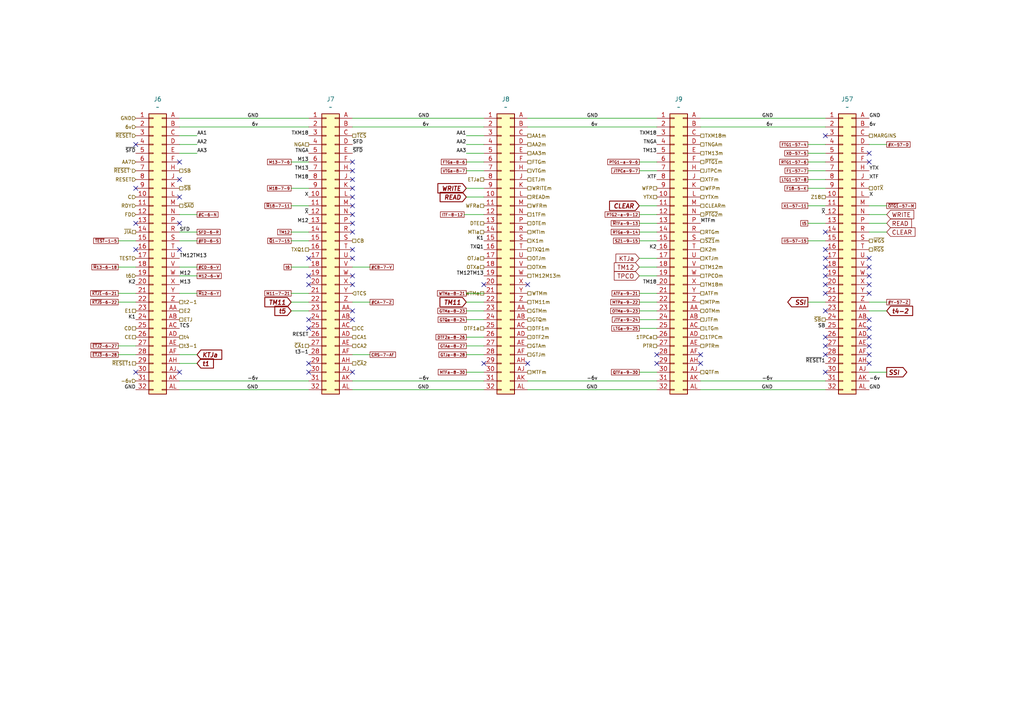
<source format=kicad_sch>
(kicad_sch (version 20211123) (generator eeschema)

  (uuid 817c34ef-680f-4180-9632-76a7437c0338)

  (paper "A4")

  (title_block
    (title "Backplane 2")
    (date "2020-07-20")
  )

  (lib_symbols
    (symbol "LSA:Conn_02x32" (pin_names (offset 1.016) hide) (in_bom yes) (on_board yes)
      (property "Reference" "J" (id 0) (at 1.27 40.64 0)
        (effects (font (size 1.27 1.27)))
      )
      (property "Value" "Conn_02x32" (id 1) (at 1.27 -43.18 0)
        (effects (font (size 1.27 1.27)))
      )
      (property "Footprint" "" (id 2) (at 0 0 0)
        (effects (font (size 1.27 1.27)) hide)
      )
      (property "Datasheet" "" (id 3) (at 0 0 0)
        (effects (font (size 1.27 1.27)) hide)
      )
      (property "ki_fp_filters" "Connector*:*_2x??_*" (id 4) (at 0 0 0)
        (effects (font (size 1.27 1.27)) hide)
      )
      (symbol "Conn_02x32_1_1"
        (rectangle (start -1.27 -40.513) (end 0 -40.767)
          (stroke (width 0.1524) (type default) (color 0 0 0 0))
          (fill (type none))
        )
        (rectangle (start -1.27 -37.973) (end 0 -38.227)
          (stroke (width 0.1524) (type default) (color 0 0 0 0))
          (fill (type none))
        )
        (rectangle (start -1.27 -35.433) (end 0 -35.687)
          (stroke (width 0.1524) (type default) (color 0 0 0 0))
          (fill (type none))
        )
        (rectangle (start -1.27 -32.893) (end 0 -33.147)
          (stroke (width 0.1524) (type default) (color 0 0 0 0))
          (fill (type none))
        )
        (rectangle (start -1.27 -30.353) (end 0 -30.607)
          (stroke (width 0.1524) (type default) (color 0 0 0 0))
          (fill (type none))
        )
        (rectangle (start -1.27 -27.813) (end 0 -28.067)
          (stroke (width 0.1524) (type default) (color 0 0 0 0))
          (fill (type none))
        )
        (rectangle (start -1.27 -25.273) (end 0 -25.527)
          (stroke (width 0.1524) (type default) (color 0 0 0 0))
          (fill (type none))
        )
        (rectangle (start -1.27 -22.733) (end 0 -22.987)
          (stroke (width 0.1524) (type default) (color 0 0 0 0))
          (fill (type none))
        )
        (rectangle (start -1.27 -20.193) (end 0 -20.447)
          (stroke (width 0.1524) (type default) (color 0 0 0 0))
          (fill (type none))
        )
        (rectangle (start -1.27 -17.653) (end 0 -17.907)
          (stroke (width 0.1524) (type default) (color 0 0 0 0))
          (fill (type none))
        )
        (rectangle (start -1.27 -15.113) (end 0 -15.367)
          (stroke (width 0.1524) (type default) (color 0 0 0 0))
          (fill (type none))
        )
        (rectangle (start -1.27 -12.573) (end 0 -12.827)
          (stroke (width 0.1524) (type default) (color 0 0 0 0))
          (fill (type none))
        )
        (rectangle (start -1.27 -10.033) (end 0 -10.287)
          (stroke (width 0.1524) (type default) (color 0 0 0 0))
          (fill (type none))
        )
        (rectangle (start -1.27 -7.493) (end 0 -7.747)
          (stroke (width 0.1524) (type default) (color 0 0 0 0))
          (fill (type none))
        )
        (rectangle (start -1.27 -4.953) (end 0 -5.207)
          (stroke (width 0.1524) (type default) (color 0 0 0 0))
          (fill (type none))
        )
        (rectangle (start -1.27 -2.413) (end 0 -2.667)
          (stroke (width 0.1524) (type default) (color 0 0 0 0))
          (fill (type none))
        )
        (rectangle (start -1.27 0.127) (end 0 -0.127)
          (stroke (width 0.1524) (type default) (color 0 0 0 0))
          (fill (type none))
        )
        (rectangle (start -1.27 2.667) (end 0 2.413)
          (stroke (width 0.1524) (type default) (color 0 0 0 0))
          (fill (type none))
        )
        (rectangle (start -1.27 5.207) (end 0 4.953)
          (stroke (width 0.1524) (type default) (color 0 0 0 0))
          (fill (type none))
        )
        (rectangle (start -1.27 7.747) (end 0 7.493)
          (stroke (width 0.1524) (type default) (color 0 0 0 0))
          (fill (type none))
        )
        (rectangle (start -1.27 10.287) (end 0 10.033)
          (stroke (width 0.1524) (type default) (color 0 0 0 0))
          (fill (type none))
        )
        (rectangle (start -1.27 12.827) (end 0 12.573)
          (stroke (width 0.1524) (type default) (color 0 0 0 0))
          (fill (type none))
        )
        (rectangle (start -1.27 15.367) (end 0 15.113)
          (stroke (width 0.1524) (type default) (color 0 0 0 0))
          (fill (type none))
        )
        (rectangle (start -1.27 17.907) (end 0 17.653)
          (stroke (width 0.1524) (type default) (color 0 0 0 0))
          (fill (type none))
        )
        (rectangle (start -1.27 20.447) (end 0 20.193)
          (stroke (width 0.1524) (type default) (color 0 0 0 0))
          (fill (type none))
        )
        (rectangle (start -1.27 22.987) (end 0 22.733)
          (stroke (width 0.1524) (type default) (color 0 0 0 0))
          (fill (type none))
        )
        (rectangle (start -1.27 25.527) (end 0 25.273)
          (stroke (width 0.1524) (type default) (color 0 0 0 0))
          (fill (type none))
        )
        (rectangle (start -1.27 28.067) (end 0 27.813)
          (stroke (width 0.1524) (type default) (color 0 0 0 0))
          (fill (type none))
        )
        (rectangle (start -1.27 30.607) (end 0 30.353)
          (stroke (width 0.1524) (type default) (color 0 0 0 0))
          (fill (type none))
        )
        (rectangle (start -1.27 33.147) (end 0 32.893)
          (stroke (width 0.1524) (type default) (color 0 0 0 0))
          (fill (type none))
        )
        (rectangle (start -1.27 35.687) (end 0 35.433)
          (stroke (width 0.1524) (type default) (color 0 0 0 0))
          (fill (type none))
        )
        (rectangle (start -1.27 38.227) (end 0 37.973)
          (stroke (width 0.1524) (type default) (color 0 0 0 0))
          (fill (type none))
        )
        (rectangle (start -1.27 39.37) (end 3.81 -41.91)
          (stroke (width 0.254) (type default) (color 0 0 0 0))
          (fill (type background))
        )
        (rectangle (start 3.81 -40.513) (end 2.54 -40.767)
          (stroke (width 0.1524) (type default) (color 0 0 0 0))
          (fill (type none))
        )
        (rectangle (start 3.81 -37.973) (end 2.54 -38.227)
          (stroke (width 0.1524) (type default) (color 0 0 0 0))
          (fill (type none))
        )
        (rectangle (start 3.81 -35.433) (end 2.54 -35.687)
          (stroke (width 0.1524) (type default) (color 0 0 0 0))
          (fill (type none))
        )
        (rectangle (start 3.81 -32.893) (end 2.54 -33.147)
          (stroke (width 0.1524) (type default) (color 0 0 0 0))
          (fill (type none))
        )
        (rectangle (start 3.81 -30.353) (end 2.54 -30.607)
          (stroke (width 0.1524) (type default) (color 0 0 0 0))
          (fill (type none))
        )
        (rectangle (start 3.81 -27.813) (end 2.54 -28.067)
          (stroke (width 0.1524) (type default) (color 0 0 0 0))
          (fill (type none))
        )
        (rectangle (start 3.81 -25.273) (end 2.54 -25.527)
          (stroke (width 0.1524) (type default) (color 0 0 0 0))
          (fill (type none))
        )
        (rectangle (start 3.81 -22.733) (end 2.54 -22.987)
          (stroke (width 0.1524) (type default) (color 0 0 0 0))
          (fill (type none))
        )
        (rectangle (start 3.81 -20.193) (end 2.54 -20.447)
          (stroke (width 0.1524) (type default) (color 0 0 0 0))
          (fill (type none))
        )
        (rectangle (start 3.81 -17.653) (end 2.54 -17.907)
          (stroke (width 0.1524) (type default) (color 0 0 0 0))
          (fill (type none))
        )
        (rectangle (start 3.81 -15.113) (end 2.54 -15.367)
          (stroke (width 0.1524) (type default) (color 0 0 0 0))
          (fill (type none))
        )
        (rectangle (start 3.81 -12.573) (end 2.54 -12.827)
          (stroke (width 0.1524) (type default) (color 0 0 0 0))
          (fill (type none))
        )
        (rectangle (start 3.81 -10.033) (end 2.54 -10.287)
          (stroke (width 0.1524) (type default) (color 0 0 0 0))
          (fill (type none))
        )
        (rectangle (start 3.81 -7.493) (end 2.54 -7.747)
          (stroke (width 0.1524) (type default) (color 0 0 0 0))
          (fill (type none))
        )
        (rectangle (start 3.81 -4.953) (end 2.54 -5.207)
          (stroke (width 0.1524) (type default) (color 0 0 0 0))
          (fill (type none))
        )
        (rectangle (start 3.81 -2.413) (end 2.54 -2.667)
          (stroke (width 0.1524) (type default) (color 0 0 0 0))
          (fill (type none))
        )
        (rectangle (start 3.81 0.127) (end 2.54 -0.127)
          (stroke (width 0.1524) (type default) (color 0 0 0 0))
          (fill (type none))
        )
        (rectangle (start 3.81 2.667) (end 2.54 2.413)
          (stroke (width 0.1524) (type default) (color 0 0 0 0))
          (fill (type none))
        )
        (rectangle (start 3.81 5.207) (end 2.54 4.953)
          (stroke (width 0.1524) (type default) (color 0 0 0 0))
          (fill (type none))
        )
        (rectangle (start 3.81 7.747) (end 2.54 7.493)
          (stroke (width 0.1524) (type default) (color 0 0 0 0))
          (fill (type none))
        )
        (rectangle (start 3.81 10.287) (end 2.54 10.033)
          (stroke (width 0.1524) (type default) (color 0 0 0 0))
          (fill (type none))
        )
        (rectangle (start 3.81 12.827) (end 2.54 12.573)
          (stroke (width 0.1524) (type default) (color 0 0 0 0))
          (fill (type none))
        )
        (rectangle (start 3.81 15.367) (end 2.54 15.113)
          (stroke (width 0.1524) (type default) (color 0 0 0 0))
          (fill (type none))
        )
        (rectangle (start 3.81 17.907) (end 2.54 17.653)
          (stroke (width 0.1524) (type default) (color 0 0 0 0))
          (fill (type none))
        )
        (rectangle (start 3.81 20.447) (end 2.54 20.193)
          (stroke (width 0.1524) (type default) (color 0 0 0 0))
          (fill (type none))
        )
        (rectangle (start 3.81 22.987) (end 2.54 22.733)
          (stroke (width 0.1524) (type default) (color 0 0 0 0))
          (fill (type none))
        )
        (rectangle (start 3.81 25.527) (end 2.54 25.273)
          (stroke (width 0.1524) (type default) (color 0 0 0 0))
          (fill (type none))
        )
        (rectangle (start 3.81 28.067) (end 2.54 27.813)
          (stroke (width 0.1524) (type default) (color 0 0 0 0))
          (fill (type none))
        )
        (rectangle (start 3.81 30.607) (end 2.54 30.353)
          (stroke (width 0.1524) (type default) (color 0 0 0 0))
          (fill (type none))
        )
        (rectangle (start 3.81 33.147) (end 2.54 32.893)
          (stroke (width 0.1524) (type default) (color 0 0 0 0))
          (fill (type none))
        )
        (rectangle (start 3.81 35.687) (end 2.54 35.433)
          (stroke (width 0.1524) (type default) (color 0 0 0 0))
          (fill (type none))
        )
        (rectangle (start 3.81 38.227) (end 2.54 37.973)
          (stroke (width 0.1524) (type default) (color 0 0 0 0))
          (fill (type none))
        )
        (pin passive line (at -5.08 38.1 0) (length 3.81)
          (name "Pin_1" (effects (font (size 1.27 1.27))))
          (number "1" (effects (font (size 1.27 1.27))))
        )
        (pin passive line (at -5.08 15.24 0) (length 3.81)
          (name "Pin_10" (effects (font (size 1.27 1.27))))
          (number "10" (effects (font (size 1.27 1.27))))
        )
        (pin passive line (at -5.08 12.7 0) (length 3.81)
          (name "Pin_11" (effects (font (size 1.27 1.27))))
          (number "11" (effects (font (size 1.27 1.27))))
        )
        (pin passive line (at -5.08 10.16 0) (length 3.81)
          (name "Pin_12" (effects (font (size 1.27 1.27))))
          (number "12" (effects (font (size 1.27 1.27))))
        )
        (pin passive line (at -5.08 7.62 0) (length 3.81)
          (name "Pin_13" (effects (font (size 1.27 1.27))))
          (number "13" (effects (font (size 1.27 1.27))))
        )
        (pin passive line (at -5.08 5.08 0) (length 3.81)
          (name "Pin_14" (effects (font (size 1.27 1.27))))
          (number "14" (effects (font (size 1.27 1.27))))
        )
        (pin passive line (at -5.08 2.54 0) (length 3.81)
          (name "Pin_15" (effects (font (size 1.27 1.27))))
          (number "15" (effects (font (size 1.27 1.27))))
        )
        (pin passive line (at -5.08 0 0) (length 3.81)
          (name "Pin_16" (effects (font (size 1.27 1.27))))
          (number "16" (effects (font (size 1.27 1.27))))
        )
        (pin passive line (at -5.08 -2.54 0) (length 3.81)
          (name "Pin_17" (effects (font (size 1.27 1.27))))
          (number "17" (effects (font (size 1.27 1.27))))
        )
        (pin passive line (at -5.08 -5.08 0) (length 3.81)
          (name "Pin_18" (effects (font (size 1.27 1.27))))
          (number "18" (effects (font (size 1.27 1.27))))
        )
        (pin passive line (at -5.08 -7.62 0) (length 3.81)
          (name "Pin_19" (effects (font (size 1.27 1.27))))
          (number "19" (effects (font (size 1.27 1.27))))
        )
        (pin passive line (at -5.08 35.56 0) (length 3.81)
          (name "Pin_2" (effects (font (size 1.27 1.27))))
          (number "2" (effects (font (size 1.27 1.27))))
        )
        (pin passive line (at -5.08 -10.16 0) (length 3.81)
          (name "Pin_20" (effects (font (size 1.27 1.27))))
          (number "20" (effects (font (size 1.27 1.27))))
        )
        (pin passive line (at -5.08 -12.7 0) (length 3.81)
          (name "Pin_21" (effects (font (size 1.27 1.27))))
          (number "21" (effects (font (size 1.27 1.27))))
        )
        (pin passive line (at -5.08 -15.24 0) (length 3.81)
          (name "Pin_22" (effects (font (size 1.27 1.27))))
          (number "22" (effects (font (size 1.27 1.27))))
        )
        (pin passive line (at -5.08 -17.78 0) (length 3.81)
          (name "Pin_23" (effects (font (size 1.27 1.27))))
          (number "23" (effects (font (size 1.27 1.27))))
        )
        (pin passive line (at -5.08 -20.32 0) (length 3.81)
          (name "Pin_24" (effects (font (size 1.27 1.27))))
          (number "24" (effects (font (size 1.27 1.27))))
        )
        (pin passive line (at -5.08 -22.86 0) (length 3.81)
          (name "Pin_25" (effects (font (size 1.27 1.27))))
          (number "25" (effects (font (size 1.27 1.27))))
        )
        (pin passive line (at -5.08 -25.4 0) (length 3.81)
          (name "Pin_26" (effects (font (size 1.27 1.27))))
          (number "26" (effects (font (size 1.27 1.27))))
        )
        (pin passive line (at -5.08 -27.94 0) (length 3.81)
          (name "Pin_27" (effects (font (size 1.27 1.27))))
          (number "27" (effects (font (size 1.27 1.27))))
        )
        (pin passive line (at -5.08 -30.48 0) (length 3.81)
          (name "Pin_28" (effects (font (size 1.27 1.27))))
          (number "28" (effects (font (size 1.27 1.27))))
        )
        (pin passive line (at -5.08 -33.02 0) (length 3.81)
          (name "Pin_29" (effects (font (size 1.27 1.27))))
          (number "29" (effects (font (size 1.27 1.27))))
        )
        (pin passive line (at -5.08 33.02 0) (length 3.81)
          (name "Pin_3" (effects (font (size 1.27 1.27))))
          (number "3" (effects (font (size 1.27 1.27))))
        )
        (pin passive line (at -5.08 -35.56 0) (length 3.81)
          (name "Pin_30" (effects (font (size 1.27 1.27))))
          (number "30" (effects (font (size 1.27 1.27))))
        )
        (pin passive line (at -5.08 -38.1 0) (length 3.81)
          (name "Pin_31" (effects (font (size 1.27 1.27))))
          (number "31" (effects (font (size 1.27 1.27))))
        )
        (pin passive line (at -5.08 -40.64 0) (length 3.81)
          (name "Pin_32" (effects (font (size 1.27 1.27))))
          (number "32" (effects (font (size 1.27 1.27))))
        )
        (pin passive line (at -5.08 30.48 0) (length 3.81)
          (name "Pin_4" (effects (font (size 1.27 1.27))))
          (number "4" (effects (font (size 1.27 1.27))))
        )
        (pin passive line (at -5.08 27.94 0) (length 3.81)
          (name "Pin_5" (effects (font (size 1.27 1.27))))
          (number "5" (effects (font (size 1.27 1.27))))
        )
        (pin passive line (at -5.08 25.4 0) (length 3.81)
          (name "Pin_6" (effects (font (size 1.27 1.27))))
          (number "6" (effects (font (size 1.27 1.27))))
        )
        (pin passive line (at -5.08 22.86 0) (length 3.81)
          (name "Pin_7" (effects (font (size 1.27 1.27))))
          (number "7" (effects (font (size 1.27 1.27))))
        )
        (pin passive line (at -5.08 20.32 0) (length 3.81)
          (name "Pin_8" (effects (font (size 1.27 1.27))))
          (number "8" (effects (font (size 1.27 1.27))))
        )
        (pin passive line (at -5.08 17.78 0) (length 3.81)
          (name "Pin_9" (effects (font (size 1.27 1.27))))
          (number "9" (effects (font (size 1.27 1.27))))
        )
        (pin passive line (at 7.62 38.1 180) (length 3.81)
          (name "Pin_A" (effects (font (size 1.27 1.27))))
          (number "A" (effects (font (size 1.27 1.27))))
        )
        (pin passive line (at 7.62 -17.78 180) (length 3.81)
          (name "Pin_AA" (effects (font (size 1.27 1.27))))
          (number "AA" (effects (font (size 1.27 1.27))))
        )
        (pin passive line (at 7.62 -20.32 180) (length 3.81)
          (name "Pin_AB" (effects (font (size 1.27 1.27))))
          (number "AB" (effects (font (size 1.27 1.27))))
        )
        (pin passive line (at 7.62 -22.86 180) (length 3.81)
          (name "Pin_AC" (effects (font (size 1.27 1.27))))
          (number "AC" (effects (font (size 1.27 1.27))))
        )
        (pin passive line (at 7.62 -25.4 180) (length 3.81)
          (name "Pin_AD" (effects (font (size 1.27 1.27))))
          (number "AD" (effects (font (size 1.27 1.27))))
        )
        (pin passive line (at 7.62 -27.94 180) (length 3.81)
          (name "Pin_AE" (effects (font (size 1.27 1.27))))
          (number "AE" (effects (font (size 1.27 1.27))))
        )
        (pin passive line (at 7.62 -30.48 180) (length 3.81)
          (name "Pin_AF" (effects (font (size 1.27 1.27))))
          (number "AF" (effects (font (size 1.27 1.27))))
        )
        (pin passive line (at 7.62 -33.02 180) (length 3.81)
          (name "Pin_AH" (effects (font (size 1.27 1.27))))
          (number "AH" (effects (font (size 1.27 1.27))))
        )
        (pin passive line (at 7.62 -35.56 180) (length 3.81)
          (name "Pin_AJ" (effects (font (size 1.27 1.27))))
          (number "AJ" (effects (font (size 1.27 1.27))))
        )
        (pin passive line (at 7.62 -38.1 180) (length 3.81)
          (name "Pin_AK" (effects (font (size 1.27 1.27))))
          (number "AK" (effects (font (size 1.27 1.27))))
        )
        (pin passive line (at 7.62 -40.64 180) (length 3.81)
          (name "Pin_AL" (effects (font (size 1.27 1.27))))
          (number "AL" (effects (font (size 1.27 1.27))))
        )
        (pin passive line (at 7.62 35.56 180) (length 3.81)
          (name "Pin_B" (effects (font (size 1.27 1.27))))
          (number "B" (effects (font (size 1.27 1.27))))
        )
        (pin passive line (at 7.62 33.02 180) (length 3.81)
          (name "Pin_C" (effects (font (size 1.27 1.27))))
          (number "C" (effects (font (size 1.27 1.27))))
        )
        (pin passive line (at 7.62 30.48 180) (length 3.81)
          (name "Pin_D" (effects (font (size 1.27 1.27))))
          (number "D" (effects (font (size 1.27 1.27))))
        )
        (pin passive line (at 7.62 27.94 180) (length 3.81)
          (name "Pin_E" (effects (font (size 1.27 1.27))))
          (number "E" (effects (font (size 1.27 1.27))))
        )
        (pin passive line (at 7.62 25.4 180) (length 3.81)
          (name "Pin_F" (effects (font (size 1.27 1.27))))
          (number "F" (effects (font (size 1.27 1.27))))
        )
        (pin passive line (at 7.62 22.86 180) (length 3.81)
          (name "Pin_H" (effects (font (size 1.27 1.27))))
          (number "H" (effects (font (size 1.27 1.27))))
        )
        (pin passive line (at 7.62 20.32 180) (length 3.81)
          (name "Pin_J" (effects (font (size 1.27 1.27))))
          (number "J" (effects (font (size 1.27 1.27))))
        )
        (pin passive line (at 7.62 17.78 180) (length 3.81)
          (name "Pin_K" (effects (font (size 1.27 1.27))))
          (number "K" (effects (font (size 1.27 1.27))))
        )
        (pin passive line (at 7.62 15.24 180) (length 3.81)
          (name "Pin_L" (effects (font (size 1.27 1.27))))
          (number "L" (effects (font (size 1.27 1.27))))
        )
        (pin passive line (at 7.62 12.7 180) (length 3.81)
          (name "Pin_M" (effects (font (size 1.27 1.27))))
          (number "M" (effects (font (size 1.27 1.27))))
        )
        (pin passive line (at 7.62 10.16 180) (length 3.81)
          (name "Pin_N" (effects (font (size 1.27 1.27))))
          (number "N" (effects (font (size 1.27 1.27))))
        )
        (pin passive line (at 7.62 7.62 180) (length 3.81)
          (name "Pin_P" (effects (font (size 1.27 1.27))))
          (number "P" (effects (font (size 1.27 1.27))))
        )
        (pin passive line (at 7.62 5.08 180) (length 3.81)
          (name "Pin_R" (effects (font (size 1.27 1.27))))
          (number "R" (effects (font (size 1.27 1.27))))
        )
        (pin passive line (at 7.62 2.54 180) (length 3.81)
          (name "Pin_S" (effects (font (size 1.27 1.27))))
          (number "S" (effects (font (size 1.27 1.27))))
        )
        (pin passive line (at 7.62 0 180) (length 3.81)
          (name "Pin_T" (effects (font (size 1.27 1.27))))
          (number "T" (effects (font (size 1.27 1.27))))
        )
        (pin passive line (at 7.62 -2.54 180) (length 3.81)
          (name "Pin_U" (effects (font (size 1.27 1.27))))
          (number "U" (effects (font (size 1.27 1.27))))
        )
        (pin passive line (at 7.62 -5.08 180) (length 3.81)
          (name "Pin_V" (effects (font (size 1.27 1.27))))
          (number "V" (effects (font (size 1.27 1.27))))
        )
        (pin passive line (at 7.62 -7.62 180) (length 3.81)
          (name "Pin_W" (effects (font (size 1.27 1.27))))
          (number "W" (effects (font (size 1.27 1.27))))
        )
        (pin passive line (at 7.62 -10.16 180) (length 3.81)
          (name "Pin_X" (effects (font (size 1.27 1.27))))
          (number "X" (effects (font (size 1.27 1.27))))
        )
        (pin passive line (at 7.62 -12.7 180) (length 3.81)
          (name "Pin_Y" (effects (font (size 1.27 1.27))))
          (number "Y" (effects (font (size 1.27 1.27))))
        )
        (pin passive line (at 7.62 -15.24 180) (length 3.81)
          (name "Pin_Z" (effects (font (size 1.27 1.27))))
          (number "Z" (effects (font (size 1.27 1.27))))
        )
      )
    )
  )


  (no_connect (at 102.235 54.61) (uuid 048266ce-f823-412d-b9fc-4cac78ed00ba))
  (no_connect (at 102.235 62.23) (uuid 049ebbbd-09f6-4175-89c9-16d2a405b1be))
  (no_connect (at 190.5 105.41) (uuid 07973e14-95d0-4b16-a634-9737ad5935b5))
  (no_connect (at 52.07 72.39) (uuid 0ad4e59f-6fe2-4151-bcd0-7cd150015ad5))
  (no_connect (at 89.535 74.93) (uuid 0d6403e9-4f6f-4fff-b96e-dec8a76c278d))
  (no_connect (at 252.095 46.99) (uuid 14f2e49a-29dd-44fa-a565-f553750f0076))
  (no_connect (at 102.235 72.39) (uuid 15050d1b-3bfa-4509-9da7-29adfda55b92))
  (no_connect (at 102.235 92.71) (uuid 184801a5-d950-4ea0-b953-d7ca05807c27))
  (no_connect (at 252.095 100.33) (uuid 206adcf1-de74-4a57-9c8a-ade7910c53f1))
  (no_connect (at 252.095 95.25) (uuid 29bd60d9-7748-45ea-996f-e5928bdcd16b))
  (no_connect (at 239.395 67.31) (uuid 37b48b54-48e5-427d-913d-1adcb3232e7a))
  (no_connect (at 239.395 90.17) (uuid 38820209-d6c7-4760-a33e-29ba79fd3e70))
  (no_connect (at 239.395 97.79) (uuid 3c617e69-854e-4090-a1f2-b2e4986f4d6c))
  (no_connect (at 52.07 64.77) (uuid 3f3db1a8-a87c-438c-9c3b-6c702fd61544))
  (no_connect (at 252.095 82.55) (uuid 406677ee-e4a0-413d-944a-859200669f79))
  (no_connect (at 239.395 39.37) (uuid 44ee9189-9a35-4e94-a007-56b42d75b921))
  (no_connect (at 102.235 107.95) (uuid 46fc9f51-5fd0-4862-bc40-ae75e8c76338))
  (no_connect (at 52.07 57.15) (uuid 49e101e9-49f6-4448-9a04-ef94d4295ddd))
  (no_connect (at 239.395 80.01) (uuid 51c203f3-0665-4a2d-b2b8-a74fc906d5f3))
  (no_connect (at 102.235 46.99) (uuid 520432fd-3146-4d68-82f4-b267efe52547))
  (no_connect (at 252.095 44.45) (uuid 583536a2-de2f-47c6-85a0-f7aacd08a24b))
  (no_connect (at 102.235 90.17) (uuid 5c97a82f-4abb-40df-b80a-fb4ee59d3ace))
  (no_connect (at 239.395 74.93) (uuid 640652ab-ed72-4e49-8d18-be817d4d3f18))
  (no_connect (at 190.5 102.87) (uuid 71202c21-04fb-4ab8-856b-277e16e267ce))
  (no_connect (at 140.335 105.41) (uuid 72af6ca1-4972-4853-ab5f-3dfb92e603e9))
  (no_connect (at 89.535 107.95) (uuid 7e43b1ce-0958-43d7-814f-ca4cfcafdcb5))
  (no_connect (at 252.095 74.93) (uuid 801f2076-b659-40ac-9e81-a7c309e9299f))
  (no_connect (at 52.07 52.07) (uuid 83fd8fff-bddc-45d8-bf82-641b7e938709))
  (no_connect (at 39.37 54.61) (uuid 86b1df6e-0ad1-4bd3-a322-66563b2f66d1))
  (no_connect (at 39.37 41.91) (uuid 87b6de8c-b3b8-48e0-95c2-1ef13e96ee00))
  (no_connect (at 252.095 102.87) (uuid 89be8d6c-919f-4d92-81d6-74ffa6e203ec))
  (no_connect (at 89.535 105.41) (uuid 8c69c9ee-6efb-4e8a-b7b4-4cefed9f54ec))
  (no_connect (at 39.37 107.95) (uuid 8e263af0-c6ad-4903-864f-6acdfbfa7dca))
  (no_connect (at 252.095 97.79) (uuid 8ea2eb86-7ce9-4bec-85da-3de918de59a7))
  (no_connect (at 52.07 107.95) (uuid 90fc6e64-a0de-4c47-8cba-c17d157045bd))
  (no_connect (at 102.235 64.77) (uuid 96b5d23a-b3c5-499e-9b8b-b1eafcdb1b3a))
  (no_connect (at 52.07 46.99) (uuid 9ba670e8-cfe9-4d4e-98ac-dae4b940c799))
  (no_connect (at 239.395 72.39) (uuid b2050665-759f-42fc-bb15-a23c81ca973d))
  (no_connect (at 102.235 82.55) (uuid b2f6bff8-e94e-439b-95ad-d853384953d3))
  (no_connect (at 239.395 77.47) (uuid b49ed43f-2cd0-41fc-9480-d23d4451aea7))
  (no_connect (at 252.095 77.47) (uuid b6646038-4783-4e0b-971b-33aeb91b0dbc))
  (no_connect (at 102.235 49.53) (uuid b6c78f9b-1439-4e05-b3cb-d5c2796d333d))
  (no_connect (at 153.035 105.41) (uuid bb62e3fe-ccda-4f18-aabb-95695b56cf94))
  (no_connect (at 102.235 52.07) (uuid bc111831-eaf8-4485-b15c-368673c33a15))
  (no_connect (at 239.395 100.33) (uuid bd257a87-fa7e-4ff8-9817-5ad9325c3ff0))
  (no_connect (at 89.535 82.55) (uuid be4cc83a-e1bf-4a24-a8b7-830305c9f4c3))
  (no_connect (at 239.395 82.55) (uuid c092721f-cff0-4ad4-80d9-b8ef42b2df0b))
  (no_connect (at 203.2 102.87) (uuid c25d760d-e61d-437d-ba11-142c86eca261))
  (no_connect (at 102.235 67.31) (uuid c7a45237-577b-4d47-ab47-0c3b46ce22c5))
  (no_connect (at 203.2 105.41) (uuid cc0899c5-16d0-4b92-b4c4-0ba27624f0db))
  (no_connect (at 102.235 80.01) (uuid cc9f0a50-1d47-49cc-b27b-40b2d960d639))
  (no_connect (at 89.535 80.01) (uuid cd5824f8-9992-46ab-a9a6-3c7e29f06cb5))
  (no_connect (at 89.535 95.25) (uuid d1e24242-5630-4ed8-bc05-b4ee44e83c2a))
  (no_connect (at 252.095 85.09) (uuid d8c3b30f-b94b-4ea3-a1d0-d3dd3cd1f3c5))
  (no_connect (at 252.095 80.01) (uuid d9ed0ace-7fd8-4e97-bdb1-c09bf7749a76))
  (no_connect (at 102.235 57.15) (uuid da409211-1bf5-4da1-92a9-4917e09b40fb))
  (no_connect (at 239.395 85.09) (uuid df00182f-03da-4ef4-83c1-9691897ab2e7))
  (no_connect (at 252.095 92.71) (uuid e029c684-32dc-4f94-83cc-47836e107a14))
  (no_connect (at 252.095 105.41) (uuid e0398d31-7405-4b26-bfaf-ebb842125021))
  (no_connect (at 102.235 59.69) (uuid e2532901-dc95-431f-aee4-32d867f19bff))
  (no_connect (at 39.37 72.39) (uuid e549400e-946e-4bb9-ad04-93a2f149ea8b))
  (no_connect (at 102.235 74.93) (uuid e79131b5-108f-4788-905b-3963b214a390))
  (no_connect (at 153.035 82.55) (uuid ebd5c867-25b2-469d-a010-0be08efe751c))
  (no_connect (at 239.395 107.95) (uuid ed1ed892-fa4b-4936-a1d7-2f53b3ea65f8))
  (no_connect (at 239.395 102.87) (uuid ed34861c-295c-41d1-98bb-7f59e428fdc5))
  (no_connect (at 89.535 92.71) (uuid f069eea6-e072-45ab-b8ca-32688886f044))
  (no_connect (at 39.37 64.77) (uuid fa52a637-350c-4654-bc39-ec08339285c3))
  (no_connect (at 140.335 82.55) (uuid fcd493cd-abb4-4078-a1ab-4c64e3696473))

  (wire (pts (xy 84.455 54.61) (xy 89.535 54.61))
    (stroke (width 0) (type default) (color 0 0 0 0))
    (uuid 03bbb37b-0cf4-4edc-a034-99ede211f66a)
  )
  (wire (pts (xy 140.335 92.71) (xy 135.255 92.71))
    (stroke (width 0) (type default) (color 0 0 0 0))
    (uuid 041a499c-8425-4b5c-ab25-a09425421de3)
  )
  (wire (pts (xy 153.035 34.29) (xy 190.5 34.29))
    (stroke (width 0) (type default) (color 0 0 0 0))
    (uuid 0a821df6-a6e3-48c6-b1e0-be381518fbab)
  )
  (wire (pts (xy 84.455 46.99) (xy 89.535 46.99))
    (stroke (width 0) (type default) (color 0 0 0 0))
    (uuid 0d13f43f-4e62-46f8-86d6-4c669d9e2057)
  )
  (wire (pts (xy 57.15 67.31) (xy 52.07 67.31))
    (stroke (width 0) (type default) (color 0 0 0 0))
    (uuid 0dcd8e0b-f764-4643-9008-6381b557a9ea)
  )
  (wire (pts (xy 57.15 77.47) (xy 52.07 77.47))
    (stroke (width 0) (type default) (color 0 0 0 0))
    (uuid 12bde23d-c2f9-4e04-b84f-a5f7042947a8)
  )
  (wire (pts (xy 52.07 62.23) (xy 57.15 62.23))
    (stroke (width 0) (type default) (color 0 0 0 0))
    (uuid 167de376-d5f5-4bbe-a337-8aeb60c8a741)
  )
  (wire (pts (xy 252.095 67.31) (xy 257.175 67.31))
    (stroke (width 0) (type default) (color 0 0 0 0))
    (uuid 19785bd3-e662-4885-9fbf-5ac77fc8590e)
  )
  (wire (pts (xy 84.455 90.17) (xy 89.535 90.17))
    (stroke (width 0) (type default) (color 0 0 0 0))
    (uuid 1993a230-034b-48d1-b3f1-d967d0a2921e)
  )
  (wire (pts (xy 153.035 36.83) (xy 190.5 36.83))
    (stroke (width 0) (type default) (color 0 0 0 0))
    (uuid 1b369d3a-39ef-4354-90d9-eaef3ceb7874)
  )
  (wire (pts (xy 234.315 64.77) (xy 239.395 64.77))
    (stroke (width 0) (type default) (color 0 0 0 0))
    (uuid 22866c96-15dc-463b-9435-9b29c431b3b8)
  )
  (wire (pts (xy 39.37 102.87) (xy 34.29 102.87))
    (stroke (width 0) (type default) (color 0 0 0 0))
    (uuid 2404b9b0-e544-4e0e-aa1f-1ceb6f993ef5)
  )
  (wire (pts (xy 135.255 100.33) (xy 140.335 100.33))
    (stroke (width 0) (type default) (color 0 0 0 0))
    (uuid 24873b72-50c9-4087-a619-69863850b57c)
  )
  (wire (pts (xy 234.315 52.07) (xy 239.395 52.07))
    (stroke (width 0) (type default) (color 0 0 0 0))
    (uuid 27bacefe-f33b-4576-b319-23c76f7214ad)
  )
  (wire (pts (xy 185.42 67.31) (xy 190.5 67.31))
    (stroke (width 0) (type default) (color 0 0 0 0))
    (uuid 2831313a-47a2-4a9e-80fc-69eee0d6de48)
  )
  (wire (pts (xy 52.07 36.83) (xy 89.535 36.83))
    (stroke (width 0) (type default) (color 0 0 0 0))
    (uuid 29155687-ff8f-4e11-a095-b481410ee0b3)
  )
  (wire (pts (xy 234.315 46.99) (xy 239.395 46.99))
    (stroke (width 0) (type default) (color 0 0 0 0))
    (uuid 2c8259f0-1b6a-4f7e-9273-c8705bc56dbf)
  )
  (wire (pts (xy 84.455 69.85) (xy 89.535 69.85))
    (stroke (width 0) (type default) (color 0 0 0 0))
    (uuid 2cceb095-d654-413a-8e44-c92e2d94f126)
  )
  (wire (pts (xy 239.395 49.53) (xy 234.315 49.53))
    (stroke (width 0) (type default) (color 0 0 0 0))
    (uuid 2d8a2e4c-89c8-455a-8a78-ff4e6489bf26)
  )
  (wire (pts (xy 203.2 34.29) (xy 239.395 34.29))
    (stroke (width 0) (type default) (color 0 0 0 0))
    (uuid 2f45ad82-4e97-4eed-8396-ccea9dad946e)
  )
  (wire (pts (xy 257.175 59.69) (xy 252.095 59.69))
    (stroke (width 0) (type default) (color 0 0 0 0))
    (uuid 302ddf64-cf55-4746-955d-f25aa4639cfb)
  )
  (wire (pts (xy 52.07 39.37) (xy 57.15 39.37))
    (stroke (width 0) (type default) (color 0 0 0 0))
    (uuid 31595d28-a709-4959-9828-f3561c1d5e3b)
  )
  (wire (pts (xy 140.335 49.53) (xy 135.255 49.53))
    (stroke (width 0) (type default) (color 0 0 0 0))
    (uuid 32431acc-1db3-4707-86ee-e169d8ef83f8)
  )
  (wire (pts (xy 134.62 62.23) (xy 140.335 62.23))
    (stroke (width 0) (type default) (color 0 0 0 0))
    (uuid 3c23287d-062f-4083-9c0b-6a7571b24f59)
  )
  (wire (pts (xy 57.15 41.91) (xy 52.07 41.91))
    (stroke (width 0) (type default) (color 0 0 0 0))
    (uuid 41f857f6-c0bc-4092-a63b-b6433ff24de4)
  )
  (wire (pts (xy 57.15 102.87) (xy 52.07 102.87))
    (stroke (width 0) (type default) (color 0 0 0 0))
    (uuid 42019e57-801f-4530-a416-0d5a35c9a77d)
  )
  (wire (pts (xy 89.535 67.31) (xy 84.455 67.31))
    (stroke (width 0) (type default) (color 0 0 0 0))
    (uuid 45ebcf52-bfc4-4ede-83bc-04983fca6325)
  )
  (wire (pts (xy 203.2 36.83) (xy 239.395 36.83))
    (stroke (width 0) (type default) (color 0 0 0 0))
    (uuid 4a258aed-0b4a-4bf7-a868-dab5afd977f1)
  )
  (wire (pts (xy 39.37 69.85) (xy 34.29 69.85))
    (stroke (width 0) (type default) (color 0 0 0 0))
    (uuid 4c3a8a95-eac6-472f-a4a2-1aa0f793a7c9)
  )
  (wire (pts (xy 140.335 97.79) (xy 135.255 97.79))
    (stroke (width 0) (type default) (color 0 0 0 0))
    (uuid 4da73380-2f6d-4070-af23-564383ae8c4d)
  )
  (wire (pts (xy 84.455 85.09) (xy 89.535 85.09))
    (stroke (width 0) (type default) (color 0 0 0 0))
    (uuid 4fd5536c-c76c-47dc-aa91-c249d07e502a)
  )
  (wire (pts (xy 252.095 107.95) (xy 257.175 107.95))
    (stroke (width 0) (type default) (color 0 0 0 0))
    (uuid 51bbf848-064b-405c-a31d-f56437246cad)
  )
  (wire (pts (xy 185.42 62.23) (xy 190.5 62.23))
    (stroke (width 0) (type default) (color 0 0 0 0))
    (uuid 57b27073-feaf-4f3d-9649-b1997001e8b2)
  )
  (wire (pts (xy 52.07 105.41) (xy 57.15 105.41))
    (stroke (width 0) (type default) (color 0 0 0 0))
    (uuid 58dd109d-8efe-4c06-8bbf-c5f2d49e2691)
  )
  (wire (pts (xy 153.035 113.03) (xy 190.5 113.03))
    (stroke (width 0) (type default) (color 0 0 0 0))
    (uuid 5ba72de6-3c4f-450e-881f-c3560f6df50d)
  )
  (wire (pts (xy 135.255 44.45) (xy 140.335 44.45))
    (stroke (width 0) (type default) (color 0 0 0 0))
    (uuid 5d2b3abc-4eb4-44dd-9211-dd8efa5bde3b)
  )
  (wire (pts (xy 153.035 110.49) (xy 190.5 110.49))
    (stroke (width 0) (type default) (color 0 0 0 0))
    (uuid 6463e3da-fcf8-4073-8119-80cc8a41ca93)
  )
  (wire (pts (xy 89.535 87.63) (xy 84.455 87.63))
    (stroke (width 0) (type default) (color 0 0 0 0))
    (uuid 69313145-c7df-4c57-9161-dc172efb8f87)
  )
  (wire (pts (xy 39.37 87.63) (xy 34.29 87.63))
    (stroke (width 0) (type default) (color 0 0 0 0))
    (uuid 69b623d7-0ec2-41ad-976d-943eef67e7c1)
  )
  (wire (pts (xy 252.095 41.91) (xy 257.175 41.91))
    (stroke (width 0) (type default) (color 0 0 0 0))
    (uuid 6a1b4d19-347b-48f5-b4af-6ded5ad31f31)
  )
  (wire (pts (xy 185.42 46.99) (xy 190.5 46.99))
    (stroke (width 0) (type default) (color 0 0 0 0))
    (uuid 74d088d5-b107-450f-a742-c77bb7e160cc)
  )
  (wire (pts (xy 107.315 102.87) (xy 102.235 102.87))
    (stroke (width 0) (type default) (color 0 0 0 0))
    (uuid 773c7f37-d6a9-4eca-951d-c241f4884891)
  )
  (wire (pts (xy 52.07 44.45) (xy 57.15 44.45))
    (stroke (width 0) (type default) (color 0 0 0 0))
    (uuid 78066148-f133-4da8-a1e0-eed843c6b59b)
  )
  (wire (pts (xy 102.235 87.63) (xy 107.315 87.63))
    (stroke (width 0) (type default) (color 0 0 0 0))
    (uuid 7af8560c-9c07-4139-984f-513b62dd1333)
  )
  (wire (pts (xy 185.42 92.71) (xy 190.5 92.71))
    (stroke (width 0) (type default) (color 0 0 0 0))
    (uuid 7b8c2ffa-568f-468e-abfa-85e683c7fb1c)
  )
  (wire (pts (xy 234.315 59.69) (xy 239.395 59.69))
    (stroke (width 0) (type default) (color 0 0 0 0))
    (uuid 7f2756a6-5278-4776-95ae-8be477d90b65)
  )
  (wire (pts (xy 102.235 110.49) (xy 140.335 110.49))
    (stroke (width 0) (type default) (color 0 0 0 0))
    (uuid 7f2ed310-8a41-466f-932c-401012b2a44d)
  )
  (wire (pts (xy 140.335 87.63) (xy 135.255 87.63))
    (stroke (width 0) (type default) (color 0 0 0 0))
    (uuid 80375c9e-9ba5-426a-971f-e33280020560)
  )
  (wire (pts (xy 239.395 54.61) (xy 234.315 54.61))
    (stroke (width 0) (type default) (color 0 0 0 0))
    (uuid 81f8aa24-4188-451e-bcc4-5765808edb42)
  )
  (wire (pts (xy 102.235 36.83) (xy 140.335 36.83))
    (stroke (width 0) (type default) (color 0 0 0 0))
    (uuid 82cd46f1-de12-42de-9bf3-fcd8561d2d65)
  )
  (wire (pts (xy 135.255 46.99) (xy 140.335 46.99))
    (stroke (width 0) (type default) (color 0 0 0 0))
    (uuid 899a4166-76fe-4642-8280-e7da91043fac)
  )
  (wire (pts (xy 34.29 100.33) (xy 39.37 100.33))
    (stroke (width 0) (type default) (color 0 0 0 0))
    (uuid 8cee1636-aa72-4310-8baf-6988efa033ab)
  )
  (wire (pts (xy 234.315 69.85) (xy 239.395 69.85))
    (stroke (width 0) (type default) (color 0 0 0 0))
    (uuid 8d50ed97-7dfd-4443-b940-1878c0bb7e38)
  )
  (wire (pts (xy 102.235 113.03) (xy 140.335 113.03))
    (stroke (width 0) (type default) (color 0 0 0 0))
    (uuid 9140067e-c14d-4f24-a866-0876100c5513)
  )
  (wire (pts (xy 234.315 87.63) (xy 239.395 87.63))
    (stroke (width 0) (type default) (color 0 0 0 0))
    (uuid 9185a92e-1273-4727-89ef-77e061569c60)
  )
  (wire (pts (xy 39.37 77.47) (xy 34.29 77.47))
    (stroke (width 0) (type default) (color 0 0 0 0))
    (uuid 91d81ec5-8c9e-4f2f-97a6-78f3c5ebe601)
  )
  (wire (pts (xy 185.42 80.01) (xy 190.5 80.01))
    (stroke (width 0) (type default) (color 0 0 0 0))
    (uuid 9337613b-5156-4ebb-b13e-ef7658c76a27)
  )
  (wire (pts (xy 203.2 110.49) (xy 239.395 110.49))
    (stroke (width 0) (type default) (color 0 0 0 0))
    (uuid 94afd451-9fab-4001-99f0-bcc8c59b4f7e)
  )
  (wire (pts (xy 234.315 44.45) (xy 239.395 44.45))
    (stroke (width 0) (type default) (color 0 0 0 0))
    (uuid 9a0a0f4f-7709-4183-9f83-b160ac9c1f1e)
  )
  (wire (pts (xy 203.2 113.03) (xy 239.395 113.03))
    (stroke (width 0) (type default) (color 0 0 0 0))
    (uuid 9b02ee5b-de0a-4a93-8e06-fa99187a0721)
  )
  (wire (pts (xy 52.07 113.03) (xy 89.535 113.03))
    (stroke (width 0) (type default) (color 0 0 0 0))
    (uuid 9f902241-987a-4ca3-8806-4944c3c75434)
  )
  (wire (pts (xy 190.5 49.53) (xy 185.42 49.53))
    (stroke (width 0) (type default) (color 0 0 0 0))
    (uuid a0749c22-85b7-4ad2-b3e5-2f064443844f)
  )
  (wire (pts (xy 52.07 80.01) (xy 57.15 80.01))
    (stroke (width 0) (type default) (color 0 0 0 0))
    (uuid a10082d9-6d5d-4eb7-a2b6-de641be8a5be)
  )
  (wire (pts (xy 34.29 85.09) (xy 39.37 85.09))
    (stroke (width 0) (type default) (color 0 0 0 0))
    (uuid a3c14ae6-89a7-4784-99ea-09e32ee14b23)
  )
  (wire (pts (xy 135.255 39.37) (xy 140.335 39.37))
    (stroke (width 0) (type default) (color 0 0 0 0))
    (uuid a4e9e20d-cf17-455a-82bd-528c024f8f4d)
  )
  (wire (pts (xy 190.5 87.63) (xy 185.42 87.63))
    (stroke (width 0) (type default) (color 0 0 0 0))
    (uuid a68c6ca1-9dcf-41c3-904c-736f4194d2bc)
  )
  (wire (pts (xy 52.07 69.85) (xy 57.15 69.85))
    (stroke (width 0) (type default) (color 0 0 0 0))
    (uuid ab4807f3-ce59-461c-b8f8-9f7c7b036ba6)
  )
  (wire (pts (xy 135.255 54.61) (xy 140.335 54.61))
    (stroke (width 0) (type default) (color 0 0 0 0))
    (uuid ada1cece-61f1-4f66-959f-16db53fe5862)
  )
  (wire (pts (xy 140.335 57.15) (xy 135.255 57.15))
    (stroke (width 0) (type default) (color 0 0 0 0))
    (uuid aefd02e1-ac62-414a-9c4b-c96ea32a8925)
  )
  (wire (pts (xy 185.42 69.85) (xy 190.5 69.85))
    (stroke (width 0) (type default) (color 0 0 0 0))
    (uuid b17bc5d6-0fb2-441f-a50b-bf1fc1de7226)
  )
  (wire (pts (xy 185.42 59.69) (xy 190.5 59.69))
    (stroke (width 0) (type default) (color 0 0 0 0))
    (uuid b4373cc0-c8cd-431a-a3b6-2d22554237cb)
  )
  (wire (pts (xy 185.42 107.95) (xy 190.5 107.95))
    (stroke (width 0) (type default) (color 0 0 0 0))
    (uuid bad8d8df-50ce-430c-a0b4-c1b69af92696)
  )
  (wire (pts (xy 185.42 90.17) (xy 190.5 90.17))
    (stroke (width 0) (type default) (color 0 0 0 0))
    (uuid be0447a9-98a7-420e-8178-f62817afb626)
  )
  (wire (pts (xy 257.175 87.63) (xy 252.095 87.63))
    (stroke (width 0) (type default) (color 0 0 0 0))
    (uuid bf227d8a-0038-4493-b57f-255f06af9eec)
  )
  (wire (pts (xy 52.07 34.29) (xy 89.535 34.29))
    (stroke (width 0) (type default) (color 0 0 0 0))
    (uuid bfc8b465-0357-476f-8b6b-48261f954bac)
  )
  (wire (pts (xy 84.455 59.69) (xy 89.535 59.69))
    (stroke (width 0) (type default) (color 0 0 0 0))
    (uuid c070aae1-ee01-49ad-8cea-a8b7252eb519)
  )
  (wire (pts (xy 52.07 110.49) (xy 89.535 110.49))
    (stroke (width 0) (type default) (color 0 0 0 0))
    (uuid c6149925-2273-4e41-8616-1743cfdd57bd)
  )
  (wire (pts (xy 190.5 64.77) (xy 185.42 64.77))
    (stroke (width 0) (type default) (color 0 0 0 0))
    (uuid c69514d2-ae53-492d-97af-4949177787c4)
  )
  (wire (pts (xy 239.395 41.91) (xy 234.315 41.91))
    (stroke (width 0) (type default) (color 0 0 0 0))
    (uuid c719027b-be0d-438e-b1af-8952cb608e69)
  )
  (wire (pts (xy 252.095 62.23) (xy 257.175 62.23))
    (stroke (width 0) (type default) (color 0 0 0 0))
    (uuid c810a024-48f1-41a0-a852-fc734e0b927b)
  )
  (wire (pts (xy 185.42 74.93) (xy 190.5 74.93))
    (stroke (width 0) (type default) (color 0 0 0 0))
    (uuid c8f8fbee-0b46-44cd-adaf-a6dae92a4be6)
  )
  (wire (pts (xy 135.255 90.17) (xy 140.335 90.17))
    (stroke (width 0) (type default) (color 0 0 0 0))
    (uuid ca767051-2a7e-4d89-8c14-db2487ec8f1f)
  )
  (wire (pts (xy 84.455 77.47) (xy 89.535 77.47))
    (stroke (width 0) (type default) (color 0 0 0 0))
    (uuid d3048027-3e02-482d-9619-11db637378a8)
  )
  (wire (pts (xy 190.5 77.47) (xy 185.42 77.47))
    (stroke (width 0) (type default) (color 0 0 0 0))
    (uuid d3f211d0-668a-46a3-9b86-da88e96c7059)
  )
  (wire (pts (xy 52.07 85.09) (xy 57.15 85.09))
    (stroke (width 0) (type default) (color 0 0 0 0))
    (uuid d4e73cd4-ff64-4ce7-921b-b99eccee1bad)
  )
  (wire (pts (xy 257.175 64.77) (xy 252.095 64.77))
    (stroke (width 0) (type default) (color 0 0 0 0))
    (uuid d543b0dd-caea-4762-b32d-954d223750ee)
  )
  (wire (pts (xy 107.315 77.47) (xy 102.235 77.47))
    (stroke (width 0) (type default) (color 0 0 0 0))
    (uuid e6fa489b-3c9d-44da-b4a2-c95a26a8bc75)
  )
  (wire (pts (xy 185.42 85.09) (xy 190.5 85.09))
    (stroke (width 0) (type default) (color 0 0 0 0))
    (uuid e91abebf-ead9-4591-aa51-b47dc5cbd857)
  )
  (wire (pts (xy 252.095 90.17) (xy 257.175 90.17))
    (stroke (width 0) (type default) (color 0 0 0 0))
    (uuid ed9419b7-3dda-4f6e-9b5b-a462f248cedf)
  )
  (wire (pts (xy 135.255 107.95) (xy 140.335 107.95))
    (stroke (width 0) (type default) (color 0 0 0 0))
    (uuid efe2f6ff-a4f1-49cd-be32-8d9d412f4962)
  )
  (wire (pts (xy 140.335 41.91) (xy 135.255 41.91))
    (stroke (width 0) (type default) (color 0 0 0 0))
    (uuid f10ce808-07e9-4e09-af3e-24fa2a5d09ac)
  )
  (wire (pts (xy 140.335 102.87) (xy 135.255 102.87))
    (stroke (width 0) (type default) (color 0 0 0 0))
    (uuid f3b33ea8-9732-44d9-97a1-8be701eb70b4)
  )
  (wire (pts (xy 102.235 34.29) (xy 140.335 34.29))
    (stroke (width 0) (type default) (color 0 0 0 0))
    (uuid f78fb7ad-86e8-4c3b-93ab-efb3cb8e9fe8)
  )
  (wire (pts (xy 185.42 95.25) (xy 190.5 95.25))
    (stroke (width 0) (type default) (color 0 0 0 0))
    (uuid f875cebe-5112-4334-87f0-dda745549abd)
  )
  (wire (pts (xy 135.255 85.09) (xy 140.335 85.09))
    (stroke (width 0) (type default) (color 0 0 0 0))
    (uuid f96798b9-1454-45fa-a384-46db4030be2e)
  )

  (label "-6v" (at 252.095 110.49 0)
    (effects (font (size 1.016 1.016)) (justify left bottom))
    (uuid 02c58c1d-382c-4550-8ff4-0cb1f9a4f7be)
  )
  (label "TCS" (at 52.07 95.25 0)
    (effects (font (size 1.016 1.016)) (justify left bottom))
    (uuid 04217154-a02e-444b-bf60-cd2a0ba4d56f)
  )
  (label "GND" (at 252.095 113.03 0)
    (effects (font (size 1.016 1.016)) (justify left bottom))
    (uuid 0f067bc8-282f-42c0-bc24-b400af3c9cd1)
  )
  (label "X" (at 89.535 57.15 180)
    (effects (font (size 1.016 1.016)) (justify right bottom))
    (uuid 12125bfe-212a-46f0-bdb1-0d97bd78e0aa)
  )
  (label "GND" (at 39.37 113.03 180)
    (effects (font (size 1.016 1.016)) (justify right bottom))
    (uuid 15a950a6-3591-46d6-896e-f71fc07262dd)
  )
  (label "-6v" (at 124.46 110.49 180)
    (effects (font (size 1.016 1.016)) (justify right bottom))
    (uuid 1831fc56-1fde-4436-8800-6b6b5027159e)
  )
  (label "GND" (at 71.755 34.29 0)
    (effects (font (size 1.016 1.016)) (justify left bottom))
    (uuid 22b0ea35-9bf4-4ccc-8eaf-16123372e904)
  )
  (label "M13" (at 52.07 82.55 0)
    (effects (font (size 1.016 1.016)) (justify left bottom))
    (uuid 22b2a712-e52b-430c-8c93-19377adb2539)
  )
  (label "TM12TM13" (at 52.07 74.93 0)
    (effects (font (size 1.016 1.016)) (justify left bottom))
    (uuid 2b01e072-79c3-4ef8-b6c7-5c6367b74702)
  )
  (label "AA2" (at 57.15 41.91 0)
    (effects (font (size 1.016 1.016)) (justify left bottom))
    (uuid 2edef3f8-42d9-49c1-b466-0e03f48eacc0)
  )
  (label "-6v" (at 74.93 110.49 180)
    (effects (font (size 1.016 1.016)) (justify right bottom))
    (uuid 31b7a04c-4034-4a24-92d2-a4f7c4e71776)
  )
  (label "AA2" (at 135.255 41.91 180)
    (effects (font (size 1.016 1.016)) (justify right bottom))
    (uuid 32b2a8db-753d-47bb-b6f2-c077563bc1b1)
  )
  (label "GND" (at 74.93 113.03 180)
    (effects (font (size 1.016 1.016)) (justify right bottom))
    (uuid 32fd91d7-19df-4e4a-bfc7-f78c897e021a)
  )
  (label "MTFm" (at 203.2 64.77 0)
    (effects (font (size 1.016 1.016)) (justify left bottom))
    (uuid 42fda8a5-fd5e-4855-84e4-4efdb713889d)
  )
  (label "TXM18" (at 190.5 39.37 180)
    (effects (font (size 1.016 1.016)) (justify right bottom))
    (uuid 43c782d7-98a7-4769-9cb1-1edff3280e92)
  )
  (label "K1" (at 140.335 69.85 180)
    (effects (font (size 1.016 1.016)) (justify right bottom))
    (uuid 4715ff73-65b8-408a-be8e-7fc011305480)
  )
  (label "AA3" (at 135.255 44.45 180)
    (effects (font (size 1.016 1.016)) (justify right bottom))
    (uuid 4c6d2dbb-fd46-4527-886c-ff7c9ea66175)
  )
  (label "SFD" (at 52.07 67.31 0)
    (effects (font (size 1.016 1.016)) (justify left bottom))
    (uuid 4eac6d71-64e1-4bc9-a523-c6468bd146f4)
  )
  (label "t3-1" (at 89.535 102.87 180)
    (effects (font (size 1.016 1.016)) (justify right bottom))
    (uuid 539694de-1a3c-431e-b425-4cae656504f1)
  )
  (label "GND" (at 220.98 34.29 0)
    (effects (font (size 1.016 1.016)) (justify left bottom))
    (uuid 53eaec00-56d0-43f8-8949-1ca8929dd44f)
  )
  (label "K2" (at 190.5 72.39 180)
    (effects (font (size 1.016 1.016)) (justify right bottom))
    (uuid 559b47c8-6173-40a1-924e-d9daae235115)
  )
  (label "GND" (at 170.18 34.29 0)
    (effects (font (size 1.016 1.016)) (justify left bottom))
    (uuid 56171b3c-903e-4d8a-ba8b-86d1070044ac)
  )
  (label "K1" (at 39.37 92.71 180)
    (effects (font (size 1.016 1.016)) (justify right bottom))
    (uuid 5788dd92-0a5b-4bbe-b99b-7116f4430de0)
  )
  (label "TXQ1" (at 140.335 72.39 180)
    (effects (font (size 1.016 1.016)) (justify right bottom))
    (uuid 5a53e0c6-fbf2-4385-9b1d-5a16fb5b43ba)
  )
  (label "XTF" (at 190.5 52.07 180)
    (effects (font (size 1.016 1.016)) (justify right bottom))
    (uuid 6eed7b82-8a50-478f-aa2c-4962aea4ab23)
  )
  (label "6v" (at 74.93 36.83 180)
    (effects (font (size 1.016 1.016)) (justify right bottom))
    (uuid 6efcd93b-9a6b-4748-954f-c26a958e7367)
  )
  (label "M12" (at 52.07 80.01 0)
    (effects (font (size 1.016 1.016)) (justify left bottom))
    (uuid 707e8b6b-179f-489f-ae2c-b636f0de8d05)
  )
  (label "6v" (at 173.355 36.83 180)
    (effects (font (size 1.016 1.016)) (justify right bottom))
    (uuid 70f7128c-1fb8-47ff-80ec-8018b8ff3910)
  )
  (label "-6v" (at 224.155 110.49 180)
    (effects (font (size 1.016 1.016)) (justify right bottom))
    (uuid 726fcad2-3aa7-438c-9fc4-3b479dac7af9)
  )
  (label "TM13" (at 190.5 44.45 180)
    (effects (font (size 1.016 1.016)) (justify right bottom))
    (uuid 73e71c10-16b8-4174-a96b-21e37562ef8d)
  )
  (label "SFD" (at 102.235 41.91 0)
    (effects (font (size 1.016 1.016)) (justify left bottom))
    (uuid 76082456-d953-48c5-9f56-a1e99ee4535a)
  )
  (label "6v" (at 124.46 36.83 180)
    (effects (font (size 1.016 1.016)) (justify right bottom))
    (uuid 76eef22b-e634-4db5-8e38-b58ae1901921)
  )
  (label "YTX" (at 252.095 49.53 0)
    (effects (font (size 1.016 1.016)) (justify left bottom))
    (uuid 7821fce3-4fac-4671-a1c0-f77648b61a1f)
  )
  (label "XTF" (at 252.095 52.07 0)
    (effects (font (size 1.016 1.016)) (justify left bottom))
    (uuid 7be707fc-8daa-4eb7-9d8c-903b2c95b4b3)
  )
  (label "GND" (at 224.155 113.03 180)
    (effects (font (size 1.016 1.016)) (justify right bottom))
    (uuid 82f01ace-d50c-4747-8307-c534044a8e52)
  )
  (label "6v" (at 224.155 36.83 180)
    (effects (font (size 1.016 1.016)) (justify right bottom))
    (uuid 85a21614-715a-4efa-8fbc-f1a7af9c118c)
  )
  (label "TM13" (at 89.535 49.53 180)
    (effects (font (size 1.016 1.016)) (justify right bottom))
    (uuid 85fba64a-638b-4be4-9c54-2be7d163ad6f)
  )
  (label "SB" (at 239.395 95.25 180)
    (effects (font (size 1.016 1.016)) (justify right bottom))
    (uuid 88c24eeb-a9c3-495b-b360-c29836f0c201)
  )
  (label "AA1" (at 57.15 39.37 0)
    (effects (font (size 1.016 1.016)) (justify left bottom))
    (uuid 893fdda2-f39e-46e8-b2f0-ca1b93e107ff)
  )
  (label "~{X}" (at 89.535 62.23 180)
    (effects (font (size 1.016 1.016)) (justify right bottom))
    (uuid 8caaecc9-168c-45e3-a0fa-4f8936815cf5)
  )
  (label "M12" (at 89.535 64.77 180)
    (effects (font (size 1.016 1.016)) (justify right bottom))
    (uuid 8f14497a-c863-49d6-8e26-8e35b8245a88)
  )
  (label "K2" (at 39.37 82.55 180)
    (effects (font (size 1.016 1.016)) (justify right bottom))
    (uuid 99a6b0f8-5e0a-4e21-9280-3fb70e5755cb)
  )
  (label "RESET" (at 89.535 97.79 180)
    (effects (font (size 1.016 1.016)) (justify right bottom))
    (uuid 9f2fdd38-ea8e-42f5-88af-24d7e9ead43a)
  )
  (label "AA1" (at 135.255 39.37 180)
    (effects (font (size 1.016 1.016)) (justify right bottom))
    (uuid a4de3298-66fe-485b-a426-154d7d03e252)
  )
  (label "TM12TM13" (at 140.335 80.01 180)
    (effects (font (size 1.016 1.016)) (justify right bottom))
    (uuid a7eb38bb-1f27-4cd5-8ebf-5c1355c81776)
  )
  (label "~{X}" (at 239.395 62.23 180)
    (effects (font (size 1.016 1.016)) (justify right bottom))
    (uuid b055804d-dc52-4341-82aa-97f0882d7691)
  )
  (label "-6v" (at 173.355 110.49 180)
    (effects (font (size 1.016 1.016)) (justify right bottom))
    (uuid b0e99742-d886-423e-a9fb-80b5d0df5b8e)
  )
  (label "TM18" (at 89.535 52.07 180)
    (effects (font (size 1.016 1.016)) (justify right bottom))
    (uuid b2f2d18a-eb5e-49c4-b650-b4de613d397f)
  )
  (label "TNGA" (at 190.5 41.91 180)
    (effects (font (size 1.016 1.016)) (justify right bottom))
    (uuid bacd2e49-ab2c-4540-b28c-32aca14d6e47)
  )
  (label "GND" (at 252.095 34.29 0)
    (effects (font (size 1.016 1.016)) (justify left bottom))
    (uuid c1aecc66-a69c-4e52-886d-fb5552485856)
  )
  (label "GND" (at 124.46 113.03 180)
    (effects (font (size 1.016 1.016)) (justify right bottom))
    (uuid c54c58bb-a2c9-4a9a-a422-47d0bc73a91a)
  )
  (label "TM18" (at 190.5 82.55 180)
    (effects (font (size 1.016 1.016)) (justify right bottom))
    (uuid c54e0b46-ab55-4a17-8298-82435df1f4ac)
  )
  (label "GND" (at 173.355 113.03 180)
    (effects (font (size 1.016 1.016)) (justify right bottom))
    (uuid cb1077b1-673c-4606-87f7-01caec5f2ada)
  )
  (label "6v" (at 252.095 36.83 0)
    (effects (font (size 1.016 1.016)) (justify left bottom))
    (uuid cf9c63b8-f313-4a3e-bd2c-fea997c67f3c)
  )
  (label "TNGA" (at 89.535 44.45 180)
    (effects (font (size 1.016 1.016)) (justify right bottom))
    (uuid d6722604-fddb-4c20-82ee-44355b4f7577)
  )
  (label "GND" (at 121.285 34.29 0)
    (effects (font (size 1.016 1.016)) (justify left bottom))
    (uuid d885b390-5de8-4e93-a610-fffd146a12e0)
  )
  (label "AA3" (at 57.15 44.45 0)
    (effects (font (size 1.016 1.016)) (justify left bottom))
    (uuid db63ba8c-5c1b-4fec-b499-33cd977293cc)
  )
  (label "~{SFD}" (at 39.37 44.45 180)
    (effects (font (size 1.016 1.016)) (justify right bottom))
    (uuid dc890762-1241-4dd2-aef5-3c0127d7151c)
  )
  (label "M13" (at 89.535 46.99 180)
    (effects (font (size 1.016 1.016)) (justify right bottom))
    (uuid e187b2b8-445e-43f8-84a6-d53e12d3d090)
  )
  (label "X" (at 252.095 57.15 0)
    (effects (font (size 1.016 1.016)) (justify left bottom))
    (uuid ed16a3a2-fc99-489c-8144-05fc003e7f56)
  )
  (label "~{RESET}1" (at 239.395 105.41 180)
    (effects (font (size 1.016 1.016)) (justify right bottom))
    (uuid eec7fa68-13dd-499a-b793-f97e22b5300d)
  )
  (label "~{SFD}" (at 102.235 44.45 0)
    (effects (font (size 1.016 1.016)) (justify left bottom))
    (uuid f9bad6b4-7f0c-4961-99a9-7cd411f44e35)
  )
  (label "TXM18" (at 89.535 39.37 180)
    (effects (font (size 1.016 1.016)) (justify right bottom))
    (uuid fa56b6b6-8877-4542-a6bd-59d871cc245a)
  )

  (global_label "READ" (shape input) (at 135.255 57.15 180) (fields_autoplaced)
    (effects (font (size 1.27 1.27) (thickness 0.254) bold italic) (justify right))
    (uuid 023e5fd8-2151-4d4e-91d9-b708f3b55940)
    (property "Intersheet References" "${INTERSHEET_REFS}" (id 0) (at 0 0 0)
      (effects (font (size 1.27 1.27)) hide)
    )
  )
  (global_label "GTQa-8-24" (shape passive) (at 135.255 92.71 180) (fields_autoplaced)
    (effects (font (size 0.8128 0.8128)) (justify right))
    (uuid 095e05d3-7aa5-4c14-ba28-c5189563219f)
    (property "Intersheet References" "${INTERSHEET_REFS}" (id 0) (at 0 0 0)
      (effects (font (size 1.27 1.27)) hide)
    )
  )
  (global_label "t1" (shape input) (at 57.15 105.41 0) (fields_autoplaced)
    (effects (font (size 1.27 1.27) (thickness 0.254) bold italic) (justify left))
    (uuid 10f45f71-d6cf-4365-9991-7ee2a0f210c0)
    (property "Intersheet References" "${INTERSHEET_REFS}" (id 0) (at 0 0 0)
      (effects (font (size 1.27 1.27)) hide)
    )
  )
  (global_label "CLEAR" (shape input) (at 257.175 67.31 0) (fields_autoplaced)
    (effects (font (size 1.27 1.27)) (justify left))
    (uuid 14d45915-6dbd-45d9-8f30-f63dbe3f10a1)
    (property "Intersheet References" "${INTERSHEET_REFS}" (id 0) (at 0 0 0)
      (effects (font (size 1.27 1.27)) hide)
    )
  )
  (global_label "~{TEST}-1-5" (shape passive) (at 34.29 69.85 180) (fields_autoplaced)
    (effects (font (size 0.8128 0.8128)) (justify right))
    (uuid 161811e9-2070-42b4-8aac-8b684679e400)
    (property "Intersheet References" "${INTERSHEET_REFS}" (id 0) (at 0 0 0)
      (effects (font (size 1.27 1.27)) hide)
    )
  )
  (global_label "FTG1-57-4" (shape passive) (at 234.315 41.91 180) (fields_autoplaced)
    (effects (font (size 0.8128 0.8128)) (justify right))
    (uuid 1dea4cfd-1016-49a4-bb47-2a8a71832099)
    (property "Intersheet References" "${INTERSHEET_REFS}" (id 0) (at 0 0 0)
      (effects (font (size 1.27 1.27)) hide)
    )
  )
  (global_label "RTG1-57-6" (shape passive) (at 234.315 46.99 180) (fields_autoplaced)
    (effects (font (size 0.8128 0.8128)) (justify right))
    (uuid 1f640840-0a23-4b9a-bbbf-09f813339331)
    (property "Intersheet References" "${INTERSHEET_REFS}" (id 0) (at 0 0 0)
      (effects (font (size 1.27 1.27)) hide)
    )
  )
  (global_label "JTPCa-9-7" (shape passive) (at 185.42 49.53 180) (fields_autoplaced)
    (effects (font (size 0.8128 0.8128)) (justify right))
    (uuid 204410ae-f23d-4c33-94c0-ed00fbe74b2a)
    (property "Intersheet References" "${INTERSHEET_REFS}" (id 0) (at 0 0 0)
      (effects (font (size 1.27 1.27)) hide)
    )
  )
  (global_label "~{M}13-6-18" (shape passive) (at 34.29 77.47 180) (fields_autoplaced)
    (effects (font (size 0.8128 0.8128)) (justify right))
    (uuid 207ecd55-568c-4e69-9434-55371032cbb8)
    (property "Intersheet References" "${INTERSHEET_REFS}" (id 0) (at 0 0 0)
      (effects (font (size 1.27 1.27)) hide)
    )
  )
  (global_label "F1-57-7" (shape passive) (at 234.315 49.53 180) (fields_autoplaced)
    (effects (font (size 0.8128 0.8128)) (justify right))
    (uuid 23421abf-cbb2-441c-960c-d963ff32927f)
    (property "Intersheet References" "${INTERSHEET_REFS}" (id 0) (at 0 0 0)
      (effects (font (size 1.27 1.27)) hide)
    )
  )
  (global_label "MTPa-9-22" (shape passive) (at 185.42 87.63 180) (fields_autoplaced)
    (effects (font (size 0.8128 0.8128)) (justify right))
    (uuid 26e595ae-6a01-45f6-9d04-9aa75eea073c)
    (property "Intersheet References" "${INTERSHEET_REFS}" (id 0) (at 0 0 0)
      (effects (font (size 1.27 1.27)) hide)
    )
  )
  (global_label "#FD-6-S" (shape passive) (at 57.15 69.85 0) (fields_autoplaced)
    (effects (font (size 0.8128 0.8128)) (justify left))
    (uuid 27264adc-8074-46dc-ac6c-c5f42925851b)
    (property "Intersheet References" "${INTERSHEET_REFS}" (id 0) (at 0 0 0)
      (effects (font (size 1.27 1.27)) hide)
    )
  )
  (global_label "GTJa-8-28" (shape passive) (at 135.255 102.87 180) (fields_autoplaced)
    (effects (font (size 0.8128 0.8128)) (justify right))
    (uuid 2cb4390a-cb09-43c8-966b-9590347eb9b9)
    (property "Intersheet References" "${INTERSHEET_REFS}" (id 0) (at 0 0 0)
      (effects (font (size 1.27 1.27)) hide)
    )
  )
  (global_label "t5" (shape input) (at 84.455 90.17 180) (fields_autoplaced)
    (effects (font (size 1.27 1.27) (thickness 0.254) bold italic) (justify right))
    (uuid 2ef82440-2621-4087-8ecb-834d8a7558d3)
    (property "Intersheet References" "${INTERSHEET_REFS}" (id 0) (at 0 0 0)
      (effects (font (size 1.27 1.27)) hide)
    )
  )
  (global_label "#C-6-N" (shape passive) (at 57.15 62.23 0) (fields_autoplaced)
    (effects (font (size 0.8128 0.8128)) (justify left))
    (uuid 345ec8a9-ad1c-48eb-b572-eb29eb59dcfb)
    (property "Intersheet References" "${INTERSHEET_REFS}" (id 0) (at 0 0 0)
      (effects (font (size 1.27 1.27)) hide)
    )
  )
  (global_label "FTGa-8-6" (shape passive) (at 135.255 46.99 180) (fields_autoplaced)
    (effects (font (size 0.8128 0.8128)) (justify right))
    (uuid 3663a3e7-4468-4236-bf07-3f2847db2477)
    (property "Intersheet References" "${INTERSHEET_REFS}" (id 0) (at 0 0 0)
      (effects (font (size 1.27 1.27)) hide)
    )
  )
  (global_label "t6" (shape passive) (at 84.455 77.47 180) (fields_autoplaced)
    (effects (font (size 0.8128 0.8128)) (justify right))
    (uuid 36cb2c93-4d62-44c7-b739-af47682c3ed8)
    (property "Intersheet References" "${INTERSHEET_REFS}" (id 0) (at 81.729 77.4192 0)
      (effects (font (size 0.8128 0.8128)) (justify right) hide)
    )
  )
  (global_label "DTF2a-8-26" (shape passive) (at 135.255 97.79 180) (fields_autoplaced)
    (effects (font (size 0.8128 0.8128)) (justify right))
    (uuid 3af33736-be8a-4253-9295-c3843f23535c)
    (property "Intersheet References" "${INTERSHEET_REFS}" (id 0) (at 0 0 0)
      (effects (font (size 1.27 1.27)) hide)
    )
  )
  (global_label "t4-2" (shape input) (at 257.175 90.17 0) (fields_autoplaced)
    (effects (font (size 1.27 1.27) (thickness 0.254) bold italic) (justify left))
    (uuid 47f60902-610d-4220-852d-8013a852908d)
    (property "Intersheet References" "${INTERSHEET_REFS}" (id 0) (at 0 0 0)
      (effects (font (size 1.27 1.27)) hide)
    )
  )
  (global_label "F18-5-K" (shape passive) (at 234.315 54.61 180) (fields_autoplaced)
    (effects (font (size 0.8128 0.8128)) (justify right))
    (uuid 5457e016-f1e7-48fe-bdb6-1a0959c31016)
    (property "Intersheet References" "${INTERSHEET_REFS}" (id 0) (at 0 0 0)
      (effects (font (size 1.27 1.27)) hide)
    )
  )
  (global_label "WTMa-8-21" (shape passive) (at 135.255 85.09 180) (fields_autoplaced)
    (effects (font (size 0.8128 0.8128)) (justify right))
    (uuid 55b40ba0-1e06-4cdd-90a5-1fa3b34f8cc7)
    (property "Intersheet References" "${INTERSHEET_REFS}" (id 0) (at 0 0 0)
      (effects (font (size 1.27 1.27)) hide)
    )
  )
  (global_label "SFD-6-R" (shape passive) (at 57.15 67.31 0) (fields_autoplaced)
    (effects (font (size 0.8128 0.8128)) (justify left))
    (uuid 58977e01-cc81-4079-8693-a357da47587b)
    (property "Intersheet References" "${INTERSHEET_REFS}" (id 0) (at 0 0 0)
      (effects (font (size 1.27 1.27)) hide)
    )
  )
  (global_label "OTMa-9-23" (shape passive) (at 185.42 90.17 180) (fields_autoplaced)
    (effects (font (size 0.8128 0.8128)) (justify right))
    (uuid 5a8d61aa-273e-4788-90de-21f7526b956f)
    (property "Intersheet References" "${INTERSHEET_REFS}" (id 0) (at 0 0 0)
      (effects (font (size 1.27 1.27)) hide)
    )
  )
  (global_label "TPCO" (shape input) (at 185.42 80.01 180) (fields_autoplaced)
    (effects (font (size 1.27 1.27)) (justify right))
    (uuid 5dc3a2a5-e316-414f-9139-997fe5be60ed)
    (property "Intersheet References" "${INTERSHEET_REFS}" (id 0) (at 0 0 0)
      (effects (font (size 1.27 1.27)) hide)
    )
  )
  (global_label "CLEAR" (shape input) (at 185.42 59.69 180) (fields_autoplaced)
    (effects (font (size 1.27 1.27) (thickness 0.254) bold italic) (justify right))
    (uuid 5efb40e7-127e-4dec-84cf-5c080523ab92)
    (property "Intersheet References" "${INTERSHEET_REFS}" (id 0) (at 0 0 0)
      (effects (font (size 1.27 1.27)) hide)
    )
  )
  (global_label "GTMa-8-23" (shape passive) (at 135.255 90.17 180) (fields_autoplaced)
    (effects (font (size 0.8128 0.8128)) (justify right))
    (uuid 60223483-6a3d-41c1-ab0b-295c3f57c992)
    (property "Intersheet References" "${INTERSHEET_REFS}" (id 0) (at 0 0 0)
      (effects (font (size 1.27 1.27)) hide)
    )
  )
  (global_label "~{Q}1-7-15" (shape passive) (at 84.455 69.85 180) (fields_autoplaced)
    (effects (font (size 0.8128 0.8128)) (justify right))
    (uuid 69df0806-9be0-42e8-a155-e68aebb3d1e9)
    (property "Intersheet References" "${INTERSHEET_REFS}" (id 0) (at 0 0 0)
      (effects (font (size 1.27 1.27)) hide)
    )
  )
  (global_label "SZ1-9-15" (shape passive) (at 185.42 69.85 180) (fields_autoplaced)
    (effects (font (size 0.8128 0.8128)) (justify right))
    (uuid 6c6fa50c-4f84-4afd-b10b-611ee8a1423d)
    (property "Intersheet References" "${INTERSHEET_REFS}" (id 0) (at 0 0 0)
      (effects (font (size 1.27 1.27)) hide)
    )
  )
  (global_label "PTG1-a-9-6" (shape passive) (at 185.42 46.99 180) (fields_autoplaced)
    (effects (font (size 0.8128 0.8128)) (justify right))
    (uuid 739646ab-b57a-450d-99d7-6015b11c33f8)
    (property "Intersheet References" "${INTERSHEET_REFS}" (id 0) (at 0 0 0)
      (effects (font (size 1.27 1.27)) hide)
    )
  )
  (global_label "X1-57-11" (shape passive) (at 234.315 59.69 180) (fields_autoplaced)
    (effects (font (size 0.8128 0.8128)) (justify right))
    (uuid 742cfc3b-2b93-4c44-a099-47e6dad71738)
    (property "Intersheet References" "${INTERSHEET_REFS}" (id 0) (at 0 0 0)
      (effects (font (size 1.27 1.27)) hide)
    )
  )
  (global_label "~{M}12-6-Y" (shape passive) (at 57.15 85.09 0) (fields_autoplaced)
    (effects (font (size 0.8128 0.8128)) (justify left))
    (uuid 7a3af5ca-fa42-4785-bf60-f793d9c8630f)
    (property "Intersheet References" "${INTERSHEET_REFS}" (id 0) (at 0 0 0)
      (effects (font (size 1.27 1.27)) hide)
    )
  )
  (global_label "#Y-57-Z" (shape passive) (at 257.175 87.63 0) (fields_autoplaced)
    (effects (font (size 0.8128 0.8128)) (justify left))
    (uuid 7d1620b9-6941-4b9d-a71f-6b56f30f9ae9)
    (property "Intersheet References" "${INTERSHEET_REFS}" (id 0) (at 0 0 0)
      (effects (font (size 1.27 1.27)) hide)
    )
  )
  (global_label "KTJa" (shape input) (at 185.42 74.93 180) (fields_autoplaced)
    (effects (font (size 1.27 1.27)) (justify right))
    (uuid 7f7d2693-9c95-4b7e-bd91-fd1aad5cb704)
    (property "Intersheet References" "${INTERSHEET_REFS}" (id 0) (at 0 0 0)
      (effects (font (size 1.27 1.27)) hide)
    )
  )
  (global_label "LTGa-9-25" (shape passive) (at 185.42 95.25 180) (fields_autoplaced)
    (effects (font (size 0.8128 0.8128)) (justify right))
    (uuid 80126895-36d8-439b-97df-907bf10f6c16)
    (property "Intersheet References" "${INTERSHEET_REFS}" (id 0) (at 0 0 0)
      (effects (font (size 1.27 1.27)) hide)
    )
  )
  (global_label "IIS-57-15" (shape passive) (at 234.315 69.85 180) (fields_autoplaced)
    (effects (font (size 0.8128 0.8128)) (justify right))
    (uuid 8628b7c4-859b-41cf-b669-be5b54463597)
    (property "Intersheet References" "${INTERSHEET_REFS}" (id 0) (at 0 0 0)
      (effects (font (size 1.27 1.27)) hide)
    )
  )
  (global_label "~{OTG1}-57-M" (shape passive) (at 257.175 59.69 0) (fields_autoplaced)
    (effects (font (size 0.8128 0.8128)) (justify left))
    (uuid 876cb4e2-ea96-43d1-8e79-225f4af2f125)
    (property "Intersheet References" "${INTERSHEET_REFS}" (id 0) (at 0 0 0)
      (effects (font (size 1.27 1.27)) hide)
    )
  )
  (global_label "CRS-7-AF" (shape passive) (at 107.315 102.87 0) (fields_autoplaced)
    (effects (font (size 0.8128 0.8128)) (justify left))
    (uuid 8e11ae1b-9c4b-45c6-82cd-933803811ece)
    (property "Intersheet References" "${INTERSHEET_REFS}" (id 0) (at 0 0 0)
      (effects (font (size 1.27 1.27)) hide)
    )
  )
  (global_label "X0-57-5" (shape passive) (at 234.315 44.45 180) (fields_autoplaced)
    (effects (font (size 0.8128 0.8128)) (justify right))
    (uuid 8e72595d-f68d-47ef-a9fd-360763d62fc7)
    (property "Intersheet References" "${INTERSHEET_REFS}" (id 0) (at 0 0 0)
      (effects (font (size 1.27 1.27)) hide)
    )
  )
  (global_label "ITF-8-12" (shape passive) (at 134.62 62.23 180) (fields_autoplaced)
    (effects (font (size 0.8128 0.8128)) (justify right))
    (uuid 8f033616-d1b4-470b-88c6-7453561b1c32)
    (property "Intersheet References" "${INTERSHEET_REFS}" (id 0) (at 0 0 0)
      (effects (font (size 1.27 1.27)) hide)
    )
  )
  (global_label "~{KTJ5}-6-22" (shape passive) (at 34.29 87.63 180) (fields_autoplaced)
    (effects (font (size 0.8128 0.8128)) (justify right))
    (uuid 93c63777-1561-41a3-9da4-6d1dfbe0b466)
    (property "Intersheet References" "${INTERSHEET_REFS}" (id 0) (at 0 0 0)
      (effects (font (size 1.27 1.27)) hide)
    )
  )
  (global_label "RTGa-9-14" (shape passive) (at 185.42 67.31 180) (fields_autoplaced)
    (effects (font (size 0.8128 0.8128)) (justify right))
    (uuid 9a05540b-23e2-4ae4-94f0-fdd1fb068f2d)
    (property "Intersheet References" "${INTERSHEET_REFS}" (id 0) (at 0 0 0)
      (effects (font (size 1.27 1.27)) hide)
    )
  )
  (global_label "WRITE" (shape input) (at 257.175 62.23 0) (fields_autoplaced)
    (effects (font (size 1.27 1.27)) (justify left))
    (uuid 9d69cdab-03f7-4046-89c0-c0c49b96fa9a)
    (property "Intersheet References" "${INTERSHEET_REFS}" (id 0) (at 0 0 0)
      (effects (font (size 1.27 1.27)) hide)
    )
  )
  (global_label "~{M}18-7-11" (shape passive) (at 84.455 59.69 180) (fields_autoplaced)
    (effects (font (size 0.8128 0.8128)) (justify right))
    (uuid 9d8cf33c-e158-43d0-8cc5-818b62e69259)
    (property "Intersheet References" "${INTERSHEET_REFS}" (id 0) (at 0 0 0)
      (effects (font (size 1.27 1.27)) hide)
    )
  )
  (global_label "#CB-7-V" (shape passive) (at 107.315 77.47 0) (fields_autoplaced)
    (effects (font (size 0.8128 0.8128)) (justify left))
    (uuid a2becf8c-32fb-4551-9670-587026252d63)
    (property "Intersheet References" "${INTERSHEET_REFS}" (id 0) (at 0 0 0)
      (effects (font (size 1.27 1.27)) hide)
    )
  )
  (global_label "#X-57-D" (shape passive) (at 257.175 41.91 0) (fields_autoplaced)
    (effects (font (size 0.8128 0.8128)) (justify left))
    (uuid a3f5e05b-c1aa-4dac-91f1-cf55199d0072)
    (property "Intersheet References" "${INTERSHEET_REFS}" (id 0) (at 0 0 0)
      (effects (font (size 1.27 1.27)) hide)
    )
  )
  (global_label "LTG1-57-8" (shape passive) (at 234.315 52.07 180) (fields_autoplaced)
    (effects (font (size 0.8128 0.8128)) (justify right))
    (uuid a53dce62-303c-446d-86a3-ea8eebb71209)
    (property "Intersheet References" "${INTERSHEET_REFS}" (id 0) (at 0 0 0)
      (effects (font (size 1.27 1.27)) hide)
    )
  )
  (global_label "TM12" (shape passive) (at 84.455 67.31 180) (fields_autoplaced)
    (effects (font (size 0.8128 0.8128)) (justify right))
    (uuid acd196f2-3a63-4ba6-ac03-b5944b0906a7)
    (property "Intersheet References" "${INTERSHEET_REFS}" (id 0) (at 79.8712 67.2592 0)
      (effects (font (size 0.8128 0.8128)) (justify right) hide)
    )
  )
  (global_label "VTGa-8-7" (shape passive) (at 135.255 49.53 180) (fields_autoplaced)
    (effects (font (size 0.8128 0.8128)) (justify right))
    (uuid b308f1b1-3c0d-4dc7-8689-4a198d694610)
    (property "Intersheet References" "${INTERSHEET_REFS}" (id 0) (at 0 0 0)
      (effects (font (size 1.27 1.27)) hide)
    )
  )
  (global_label "SSI" (shape output) (at 257.175 107.95 0) (fields_autoplaced)
    (effects (font (size 1.27 1.27) (thickness 0.254) bold italic) (justify left))
    (uuid b6ba3b87-44f9-4433-808f-5cb2bb8bfe38)
    (property "Intersheet References" "${INTERSHEET_REFS}" (id 0) (at 0 0 0)
      (effects (font (size 1.27 1.27)) hide)
    )
  )
  (global_label "SSI" (shape output) (at 234.315 87.63 180) (fields_autoplaced)
    (effects (font (size 1.27 1.27) (thickness 0.254) bold italic) (justify right))
    (uuid bc31ac45-b66b-4a87-bc1c-6a669ff47094)
    (property "Intersheet References" "${INTERSHEET_REFS}" (id 0) (at 0 0 0)
      (effects (font (size 1.27 1.27)) hide)
    )
  )
  (global_label "t5" (shape passive) (at 234.315 64.77 180) (fields_autoplaced)
    (effects (font (size 0.8128 0.8128)) (justify right))
    (uuid c095aba4-f6d4-4ded-8e93-7f3ad8c5798a)
    (property "Intersheet References" "${INTERSHEET_REFS}" (id 0) (at 231.589 64.7192 0)
      (effects (font (size 0.8128 0.8128)) (justify right) hide)
    )
  )
  (global_label "READ" (shape input) (at 257.175 64.77 0) (fields_autoplaced)
    (effects (font (size 1.27 1.27)) (justify left))
    (uuid c97ea88d-e7bf-4340-8460-b40989188710)
    (property "Intersheet References" "${INTERSHEET_REFS}" (id 0) (at 0 0 0)
      (effects (font (size 1.27 1.27)) hide)
    )
  )
  (global_label "#CD-6-V" (shape passive) (at 57.15 77.47 0) (fields_autoplaced)
    (effects (font (size 0.8128 0.8128)) (justify left))
    (uuid c98ab9c2-0e45-4f19-a5dd-94367d403dee)
    (property "Intersheet References" "${INTERSHEET_REFS}" (id 0) (at 0 0 0)
      (effects (font (size 1.27 1.27)) hide)
    )
  )
  (global_label "GTAa-8-27" (shape passive) (at 135.255 100.33 180) (fields_autoplaced)
    (effects (font (size 0.8128 0.8128)) (justify right))
    (uuid ca84c907-8894-48bd-8fd3-6315c1f9d4fa)
    (property "Intersheet References" "${INTERSHEET_REFS}" (id 0) (at 0 0 0)
      (effects (font (size 1.27 1.27)) hide)
    )
  )
  (global_label "~{ETJ2}-6-27" (shape passive) (at 34.29 100.33 180) (fields_autoplaced)
    (effects (font (size 0.8128 0.8128)) (justify right))
    (uuid cc5734ae-5886-4a94-9e08-a0714da44bdd)
    (property "Intersheet References" "${INTERSHEET_REFS}" (id 0) (at 0 0 0)
      (effects (font (size 1.27 1.27)) hide)
    )
  )
  (global_label "JTFa-9-24" (shape passive) (at 185.42 92.71 180) (fields_autoplaced)
    (effects (font (size 0.8128 0.8128)) (justify right))
    (uuid cd6ecc60-410e-4645-a4a8-c2185293ffad)
    (property "Intersheet References" "${INTERSHEET_REFS}" (id 0) (at 0 0 0)
      (effects (font (size 1.27 1.27)) hide)
    )
  )
  (global_label "PTG2-a-9-12" (shape passive) (at 185.42 62.23 180) (fields_autoplaced)
    (effects (font (size 0.8128 0.8128)) (justify right))
    (uuid cd9641a5-c7df-4651-8277-714749163e46)
    (property "Intersheet References" "${INTERSHEET_REFS}" (id 0) (at 0 0 0)
      (effects (font (size 1.27 1.27)) hide)
    )
  )
  (global_label "WRITE" (shape input) (at 135.255 54.61 180) (fields_autoplaced)
    (effects (font (size 1.27 1.27) (thickness 0.254) bold italic) (justify right))
    (uuid ce6f7e48-16b6-49a8-885e-9aeb86d28778)
    (property "Intersheet References" "${INTERSHEET_REFS}" (id 0) (at 0 0 0)
      (effects (font (size 1.27 1.27)) hide)
    )
  )
  (global_label "MTFa-8-30" (shape passive) (at 135.255 107.95 180) (fields_autoplaced)
    (effects (font (size 0.8128 0.8128)) (justify right))
    (uuid d0c5eba0-6294-4a31-a99c-55343becbc6e)
    (property "Intersheet References" "${INTERSHEET_REFS}" (id 0) (at 0 0 0)
      (effects (font (size 1.27 1.27)) hide)
    )
  )
  (global_label "M12-6-W" (shape passive) (at 57.15 80.01 0) (fields_autoplaced)
    (effects (font (size 0.8128 0.8128)) (justify left))
    (uuid d527cfb7-e4ec-464f-9a59-6693e508275d)
    (property "Intersheet References" "${INTERSHEET_REFS}" (id 0) (at 0 0 0)
      (effects (font (size 1.27 1.27)) hide)
    )
  )
  (global_label "TM12" (shape input) (at 185.42 77.47 180) (fields_autoplaced)
    (effects (font (size 1.27 1.27)) (justify right))
    (uuid d99e2160-a12d-4073-a4fc-9de7195963ac)
    (property "Intersheet References" "${INTERSHEET_REFS}" (id 0) (at 0 0 0)
      (effects (font (size 1.27 1.27)) hide)
    )
  )
  (global_label "M13-7-6" (shape passive) (at 84.455 46.99 180) (fields_autoplaced)
    (effects (font (size 0.8128 0.8128)) (justify right))
    (uuid dc5a4540-06c3-40c8-8eef-1e7f6c008246)
    (property "Intersheet References" "${INTERSHEET_REFS}" (id 0) (at 0 0 0)
      (effects (font (size 1.27 1.27)) hide)
    )
  )
  (global_label "M11-7-21" (shape passive) (at 84.455 85.09 180) (fields_autoplaced)
    (effects (font (size 0.8128 0.8128)) (justify right))
    (uuid dc96b777-4a77-424f-8334-081ea9f633f8)
    (property "Intersheet References" "${INTERSHEET_REFS}" (id 0) (at 0 0 0)
      (effects (font (size 1.27 1.27)) hide)
    )
  )
  (global_label "KTJa" (shape input) (at 57.15 102.87 0) (fields_autoplaced)
    (effects (font (size 1.27 1.27) (thickness 0.254) bold italic) (justify left))
    (uuid de2e2eff-0e62-48fb-9251-07fbdf74645a)
    (property "Intersheet References" "${INTERSHEET_REFS}" (id 0) (at 0 0 0)
      (effects (font (size 1.27 1.27)) hide)
    )
  )
  (global_label "M18-7-9" (shape passive) (at 84.455 54.61 180) (fields_autoplaced)
    (effects (font (size 0.8128 0.8128)) (justify right))
    (uuid de4aee27-9bb6-41ee-ae2d-715df392d40d)
    (property "Intersheet References" "${INTERSHEET_REFS}" (id 0) (at 0 0 0)
      (effects (font (size 1.27 1.27)) hide)
    )
  )
  (global_label "TM11" (shape input) (at 135.255 87.63 180) (fields_autoplaced)
    (effects (font (size 1.27 1.27) (thickness 0.254) bold italic) (justify right))
    (uuid e00f79c6-9d58-4711-935c-f96cc4af9717)
    (property "Intersheet References" "${INTERSHEET_REFS}" (id 0) (at 0 0 0)
      (effects (font (size 1.27 1.27)) hide)
    )
  )
  (global_label "~{KTJ1}-6-21" (shape passive) (at 34.29 85.09 180) (fields_autoplaced)
    (effects (font (size 0.8128 0.8128)) (justify right))
    (uuid ec8b3283-16c4-4a0c-8174-28dca297bf27)
    (property "Intersheet References" "${INTERSHEET_REFS}" (id 0) (at 0 0 0)
      (effects (font (size 1.27 1.27)) hide)
    )
  )
  (global_label "ATFa-9-21" (shape passive) (at 185.42 85.09 180) (fields_autoplaced)
    (effects (font (size 0.8128 0.8128)) (justify right))
    (uuid eeea3214-6466-4229-8d02-59515d2bf302)
    (property "Intersheet References" "${INTERSHEET_REFS}" (id 0) (at 0 0 0)
      (effects (font (size 1.27 1.27)) hide)
    )
  )
  (global_label "~{ETJ3}-6-28" (shape passive) (at 34.29 102.87 180) (fields_autoplaced)
    (effects (font (size 0.8128 0.8128)) (justify right))
    (uuid f293c322-ea18-4f04-abd2-be8c386fe98a)
    (property "Intersheet References" "${INTERSHEET_REFS}" (id 0) (at 0 0 0)
      (effects (font (size 1.27 1.27)) hide)
    )
  )
  (global_label "TM11" (shape input) (at 84.455 87.63 180) (fields_autoplaced)
    (effects (font (size 1.27 1.27) (thickness 0.254) bold italic) (justify right))
    (uuid f29f4b11-48fe-44b7-b5e7-0d9dee59c484)
    (property "Intersheet References" "${INTERSHEET_REFS}" (id 0) (at 0 0 0)
      (effects (font (size 1.27 1.27)) hide)
    )
  )
  (global_label "QTFa-9-30" (shape passive) (at 185.42 107.95 180) (fields_autoplaced)
    (effects (font (size 0.8128 0.8128)) (justify right))
    (uuid f2d6852b-768b-4a44-8bbe-41c8a0e13246)
    (property "Intersheet References" "${INTERSHEET_REFS}" (id 0) (at 0 0 0)
      (effects (font (size 1.27 1.27)) hide)
    )
  )
  (global_label "~{M}TFa-9-13" (shape passive) (at 185.42 64.77 180) (fields_autoplaced)
    (effects (font (size 0.8128 0.8128)) (justify right))
    (uuid fbae6a61-1bab-43f6-970d-9fd10762cf33)
    (property "Intersheet References" "${INTERSHEET_REFS}" (id 0) (at 0 0 0)
      (effects (font (size 1.27 1.27)) hide)
    )
  )
  (global_label "#CA-7-Z" (shape passive) (at 107.315 87.63 0) (fields_autoplaced)
    (effects (font (size 0.8128 0.8128)) (justify left))
    (uuid ff9597fd-f38f-4b20-b093-737d648f0f0a)
    (property "Intersheet References" "${INTERSHEET_REFS}" (id 0) (at 0 0 0)
      (effects (font (size 1.27 1.27)) hide)
    )
  )

  (hierarchical_label "TXQ1" (shape passive) (at 89.535 72.39 180)
    (effects (font (size 1.016 1.016)) (justify right))
    (uuid 00cbf475-4195-417e-822a-22142e59edd5)
  )
  (hierarchical_label "PTRm" (shape passive) (at 203.2 100.33 0)
    (effects (font (size 1.016 1.016)) (justify left))
    (uuid 035da29a-a311-4729-be98-11f7453cfca0)
  )
  (hierarchical_label "~{SZ1}m" (shape passive) (at 203.2 69.85 0)
    (effects (font (size 1.016 1.016)) (justify left))
    (uuid 04a8f320-e8c1-4d78-bc86-7ad9d5490ac8)
  )
  (hierarchical_label "DTE" (shape passive) (at 140.335 64.77 180)
    (effects (font (size 1.016 1.016)) (justify right))
    (uuid 04ac4548-1cfd-4793-af5e-dd629c129911)
  )
  (hierarchical_label "AA3m" (shape passive) (at 153.035 44.45 0)
    (effects (font (size 1.016 1.016)) (justify left))
    (uuid 074536a0-8386-4ed7-8e2c-7c251cd7ff5e)
  )
  (hierarchical_label "1TFm" (shape passive) (at 153.035 62.23 0)
    (effects (font (size 1.016 1.016)) (justify left))
    (uuid 08aa8e8a-fb92-4127-a208-de2f30cfa25e)
  )
  (hierarchical_label "t6" (shape input) (at 39.37 80.01 180)
    (effects (font (size 1.016 1.016)) (justify right))
    (uuid 08f3d581-cd2e-4e95-91a9-e9bf632a5de7)
  )
  (hierarchical_label "t3-1" (shape passive) (at 52.07 100.33 0)
    (effects (font (size 1.016 1.016)) (justify left))
    (uuid 0a8f502f-79ab-4b6f-bb5c-e32d34a8af1a)
  )
  (hierarchical_label "GTMm" (shape passive) (at 153.035 90.17 0)
    (effects (font (size 1.016 1.016)) (justify left))
    (uuid 0b1c6003-7bfc-4ab7-8e3a-bc44fa1e17f1)
  )
  (hierarchical_label "~{SB}" (shape passive) (at 52.07 54.61 0)
    (effects (font (size 1.016 1.016)) (justify left))
    (uuid 0b894cec-d0dd-45a2-be2e-bfaee8cf5cbf)
  )
  (hierarchical_label "OTXa" (shape passive) (at 140.335 77.47 180)
    (effects (font (size 1.016 1.016)) (justify right))
    (uuid 0f578b29-748a-43ae-b946-458686415087)
  )
  (hierarchical_label "~{TCS}" (shape passive) (at 102.235 39.37 0)
    (effects (font (size 1.016 1.016)) (justify left))
    (uuid 14130e60-f2ac-41bb-9d11-9583830db534)
  )
  (hierarchical_label "TXM18m" (shape passive) (at 203.2 39.37 0)
    (effects (font (size 1.016 1.016)) (justify left))
    (uuid 14555bc5-d061-45fa-97f3-e3d2fe05f4a9)
  )
  (hierarchical_label "TPCOm" (shape passive) (at 203.2 80.01 0)
    (effects (font (size 1.016 1.016)) (justify left))
    (uuid 1666bc14-0416-4e89-bfd6-76219817c49a)
  )
  (hierarchical_label "DTEm" (shape passive) (at 153.035 64.77 0)
    (effects (font (size 1.016 1.016)) (justify left))
    (uuid 189c04ba-0328-40b3-87b4-75a090cae331)
  )
  (hierarchical_label "RESET" (shape input) (at 39.37 52.07 180)
    (effects (font (size 1.016 1.016)) (justify right))
    (uuid 1c0b056f-3a56-474e-a490-ce9dbd52e703)
  )
  (hierarchical_label "MTIm" (shape passive) (at 153.035 67.31 0)
    (effects (font (size 1.016 1.016)) (justify left))
    (uuid 1eeb529d-2335-449d-b78f-3d141a82c446)
  )
  (hierarchical_label "~{JIA}" (shape passive) (at 39.37 67.31 180)
    (effects (font (size 1.016 1.016)) (justify right))
    (uuid 216eb30b-b197-4b76-8b26-4bbc8763d19e)
  )
  (hierarchical_label "~{WGS}" (shape passive) (at 252.095 69.85 0)
    (effects (font (size 1.016 1.016)) (justify left))
    (uuid 21a4e42c-04bd-4f74-adf9-767f802e455f)
  )
  (hierarchical_label "AA7" (shape input) (at 39.37 46.99 180)
    (effects (font (size 1.016 1.016)) (justify right))
    (uuid 22350441-953e-4a7e-a729-2c56e8fe4168)
  )
  (hierarchical_label "t2-1" (shape passive) (at 52.07 87.63 0)
    (effects (font (size 1.016 1.016)) (justify left))
    (uuid 23206be6-4610-4820-974d-32afd01a2c01)
  )
  (hierarchical_label "READm" (shape passive) (at 153.035 57.15 0)
    (effects (font (size 1.016 1.016)) (justify left))
    (uuid 264dde6b-9817-4fc6-8160-475bd8115cc2)
  )
  (hierarchical_label "NGA" (shape passive) (at 89.535 41.91 180)
    (effects (font (size 1.016 1.016)) (justify right))
    (uuid 26ff2590-197a-4163-ba79-bbd134adb099)
  )
  (hierarchical_label "MTPm" (shape passive) (at 203.2 87.63 0)
    (effects (font (size 1.016 1.016)) (justify left))
    (uuid 2975f5be-5ae8-41cc-b4a2-21e80753e726)
  )
  (hierarchical_label "VTGm" (shape passive) (at 153.035 49.53 0)
    (effects (font (size 1.016 1.016)) (justify left))
    (uuid 2ac1f44e-c5df-4df3-b006-ec9db847c421)
  )
  (hierarchical_label "CLEARm" (shape passive) (at 203.2 59.69 0)
    (effects (font (size 1.016 1.016)) (justify left))
    (uuid 2b02abf6-6f29-40d4-ae44-bfe14fb37d5f)
  )
  (hierarchical_label "CB" (shape passive) (at 102.235 69.85 0)
    (effects (font (size 1.016 1.016)) (justify left))
    (uuid 2e58eeb4-fd4c-45e6-a4a4-c5dbd6234a03)
  )
  (hierarchical_label "~{PTG1}m" (shape passive) (at 203.2 46.99 0)
    (effects (font (size 1.016 1.016)) (justify left))
    (uuid 2f69b30e-3833-41b8-9375-66744599f5fa)
  )
  (hierarchical_label "WRITEm" (shape passive) (at 153.035 54.61 0)
    (effects (font (size 1.016 1.016)) (justify left))
    (uuid 331d9c96-11e6-452f-aca6-7b4463d69e23)
  )
  (hierarchical_label "AA1m" (shape passive) (at 153.035 39.37 0)
    (effects (font (size 1.016 1.016)) (justify left))
    (uuid 33699450-b54c-485d-9965-5bf5bf0f82ae)
  )
  (hierarchical_label "WFP" (shape passive) (at 190.5 54.61 180)
    (effects (font (size 1.016 1.016)) (justify right))
    (uuid 38550dc0-5e1b-4ccf-ba62-c3889db186a1)
  )
  (hierarchical_label "WTMa" (shape passive) (at 140.335 85.09 180)
    (effects (font (size 1.016 1.016)) (justify right))
    (uuid 394f36af-1fca-44e9-b7ce-002ee73b9985)
  )
  (hierarchical_label "1TPCa" (shape passive) (at 190.5 97.79 180)
    (effects (font (size 1.016 1.016)) (justify right))
    (uuid 3d0dca5c-746b-4303-bfa6-a984a62eb0a6)
  )
  (hierarchical_label "JTPCm" (shape passive) (at 203.2 49.53 0)
    (effects (font (size 1.016 1.016)) (justify left))
    (uuid 3d6ef8a3-4600-48d1-b592-3e25626c85ad)
  )
  (hierarchical_label "GTQm" (shape passive) (at 153.035 92.71 0)
    (effects (font (size 1.016 1.016)) (justify left))
    (uuid 3e5e4572-e1e2-4340-a129-896ad6495860)
  )
  (hierarchical_label "OTJa" (shape passive) (at 140.335 74.93 180)
    (effects (font (size 1.016 1.016)) (justify right))
    (uuid 43269187-6de5-46f5-ae9d-b593f6d1e0d4)
  )
  (hierarchical_label "~{PTG2}m" (shape passive) (at 203.2 62.23 0)
    (effects (font (size 1.016 1.016)) (justify left))
    (uuid 438494bf-e766-41eb-b784-bbc2c1306ec6)
  )
  (hierarchical_label "~{SB}" (shape passive) (at 239.395 92.71 180)
    (effects (font (size 1.016 1.016)) (justify right))
    (uuid 44a32fdf-9965-48fe-a85c-576d3137d152)
  )
  (hierarchical_label "AA2m" (shape passive) (at 153.035 41.91 0)
    (effects (font (size 1.016 1.016)) (justify left))
    (uuid 46193f16-425c-46ee-845a-6157b6dac2c3)
  )
  (hierarchical_label "E1" (shape passive) (at 39.37 90.17 180)
    (effects (font (size 1.016 1.016)) (justify right))
    (uuid 49d0cf78-9a3a-496e-b7d6-cad85bdb88f9)
  )
  (hierarchical_label "CA1" (shape passive) (at 102.235 97.79 0)
    (effects (font (size 1.016 1.016)) (justify left))
    (uuid 5242ba9c-19a3-4aa5-babd-1f0ee0611cbc)
  )
  (hierarchical_label "TM12m" (shape passive) (at 203.2 77.47 0)
    (effects (font (size 1.016 1.016)) (justify left))
    (uuid 52edde84-9f43-46c3-ae73-4d9dc54bdf4e)
  )
  (hierarchical_label "YTX" (shape passive) (at 190.5 57.15 180)
    (effects (font (size 1.016 1.016)) (justify right))
    (uuid 558cd68f-08a1-4195-b49e-9201da0680db)
  )
  (hierarchical_label "~{RESET}'" (shape input) (at 39.37 49.53 180)
    (effects (font (size 1.016 1.016)) (justify right))
    (uuid 5fea117c-7391-4561-b1cf-d0a203d546e3)
  )
  (hierarchical_label "1TPCm" (shape passive) (at 203.2 97.79 0)
    (effects (font (size 1.016 1.016)) (justify left))
    (uuid 60c6a98f-3014-49ce-bcc6-35a4d0de99b0)
  )
  (hierarchical_label "XTFm" (shape passive) (at 203.2 52.07 0)
    (effects (font (size 1.016 1.016)) (justify left))
    (uuid 65231b6d-4258-4752-a265-fbae1d1ae087)
  )
  (hierarchical_label "GND" (shape input) (at 39.37 34.29 180)
    (effects (font (size 1.016 1.016)) (justify right))
    (uuid 66589587-326c-4389-84af-0c8b4220a830)
  )
  (hierarchical_label "Z18" (shape passive) (at 239.395 57.15 180)
    (effects (font (size 1.016 1.016)) (justify right))
    (uuid 6ad05ef3-e979-4141-bd6c-8a6509ff144f)
  )
  (hierarchical_label "~{CA}1" (shape passive) (at 89.535 100.33 180)
    (effects (font (size 1.016 1.016)) (justify right))
    (uuid 6b1329cc-e07a-4148-a937-efee7e5cfb68)
  )
  (hierarchical_label "~{RESET}" (shape input) (at 39.37 39.37 180)
    (effects (font (size 1.016 1.016)) (justify right))
    (uuid 6b49b16a-4942-40bb-851b-aa7db2a31196)
  )
  (hierarchical_label "K1m" (shape passive) (at 153.035 69.85 0)
    (effects (font (size 1.016 1.016)) (justify left))
    (uuid 7298bfc3-689e-48c6-bdd3-85a11f26ace6)
  )
  (hierarchical_label "6v" (shape input) (at 39.37 36.83 180)
    (effects (font (size 1.016 1.016)) (justify right))
    (uuid 73876cb2-60a7-4526-b652-6ccc11ebd768)
  )
  (hierarchical_label "OTMm" (shape passive) (at 203.2 90.17 0)
    (effects (font (size 1.016 1.016)) (justify left))
    (uuid 757f6f09-1dff-4f98-b2c1-b30f26769a6a)
  )
  (hierarchical_label "TCS" (shape input) (at 102.235 85.09 0)
    (effects (font (size 1.016 1.016)) (justify left))
    (uuid 7c469f10-932f-4e7c-95c6-71b39ea8a230)
  )
  (hierarchical_label "PTR" (shape passive) (at 190.5 100.33 180)
    (effects (font (size 1.016 1.016)) (justify right))
    (uuid 8212fcb3-52d1-4673-8cf0-58faded94f68)
  )
  (hierarchical_label "LTGm" (shape passive) (at 203.2 95.25 0)
    (effects (font (size 1.016 1.016)) (justify left))
    (uuid 8696ac51-6816-4923-a491-56d4ed447f1e)
  )
  (hierarchical_label "ETJm" (shape passive) (at 153.035 52.07 0)
    (effects (font (size 1.016 1.016)) (justify left))
    (uuid 89eb28fd-8a54-4f48-9d27-af53fc7f4bdb)
  )
  (hierarchical_label "SB" (shape passive) (at 52.07 49.53 0)
    (effects (font (size 1.016 1.016)) (justify left))
    (uuid 8bd588d7-b8aa-463d-b3d1-9066e7a8b3b6)
  )
  (hierarchical_label "CD" (shape passive) (at 39.37 95.25 180)
    (effects (font (size 1.016 1.016)) (justify right))
    (uuid 9278ef25-1e80-4cc8-8983-1670bdecf710)
  )
  (hierarchical_label "OT~{X}" (shape passive) (at 252.095 54.61 0)
    (effects (font (size 1.016 1.016)) (justify left))
    (uuid 943b942b-d53d-404f-ab3a-f365d72673b4)
  )
  (hierarchical_label "CA2" (shape passive) (at 102.235 100.33 0)
    (effects (font (size 1.016 1.016)) (justify left))
    (uuid 951668e7-0ef9-46da-825a-5abdfd003a96)
  )
  (hierarchical_label "TM11m" (shape passive) (at 153.035 87.63 0)
    (effects (font (size 1.016 1.016)) (justify left))
    (uuid 960a8826-b91f-431a-a9e2-bf2c76f307c5)
  )
  (hierarchical_label "YTXm" (shape passive) (at 203.2 57.15 0)
    (effects (font (size 1.016 1.016)) (justify left))
    (uuid 970113c3-056b-4406-bf1d-8e64599435a9)
  )
  (hierarchical_label "ETJ" (shape passive) (at 52.07 92.71 0)
    (effects (font (size 1.016 1.016)) (justify left))
    (uuid 98006795-756c-4c4e-a08e-169882185f1c)
  )
  (hierarchical_label "ATFm" (shape passive) (at 203.2 85.09 0)
    (effects (font (size 1.016 1.016)) (justify left))
    (uuid 989b0879-f476-4bc9-a668-136c0d9b0f8b)
  )
  (hierarchical_label "~{RESET}1" (shape passive) (at 39.37 105.41 180)
    (effects (font (size 1.016 1.016)) (justify right))
    (uuid 9f0c4f58-2230-4f3a-afd6-c1dd317b4b00)
  )
  (hierarchical_label "-6v" (shape input) (at 39.37 110.49 180)
    (effects (font (size 1.016 1.016)) (justify right))
    (uuid 9f1bcc57-fab2-4f1b-862a-91a4a7d7606f)
  )
  (hierarchical_label "~{RGS}" (shape passive) (at 252.095 72.39 0)
    (effects (font (size 1.016 1.016)) (justify left))
    (uuid a3775918-e492-4543-94f2-1ee165164ea2)
  )
  (hierarchical_label "E2" (shape passive) (at 52.07 90.17 0)
    (effects (font (size 1.016 1.016)) (justify left))
    (uuid a8894cea-2c8f-42b6-b89e-2f3aaa4c3566)
  )
  (hierarchical_label "DTF1m" (shape passive) (at 153.035 95.25 0)
    (effects (font (size 1.016 1.016)) (justify left))
    (uuid a90ede34-74d3-4959-ba41-324abe44637d)
  )
  (hierarchical_label "MARGINS" (shape passive) (at 252.095 39.37 0)
    (effects (font (size 1.016 1.016)) (justify left))
    (uuid aa50b698-e848-43c6-9acc-67f1e2a2a235)
  )
  (hierarchical_label "K2m" (shape passive) (at 203.2 72.39 0)
    (effects (font (size 1.016 1.016)) (justify left))
    (uuid ad85499b-90ac-43dc-81bd-708fa280a6fd)
  )
  (hierarchical_label "OTXm" (shape passive) (at 153.035 77.47 0)
    (effects (font (size 1.016 1.016)) (justify left))
    (uuid adc5f098-43d7-4bec-95fd-cb028b8fa0be)
  )
  (hierarchical_label "TEST" (shape input) (at 39.37 74.93 180)
    (effects (font (size 1.016 1.016)) (justify right))
    (uuid b4943ada-75e3-449e-a838-b12d4923dfcc)
  )
  (hierarchical_label "MTFm" (shape passive) (at 153.035 107.95 0)
    (effects (font (size 1.016 1.016)) (justify left))
    (uuid b51b2a65-4a01-4f59-bcda-34fa2526e4ee)
  )
  (hierarchical_label "CC" (shape passive) (at 102.235 95.25 0)
    (effects (font (size 1.016 1.016)) (justify left))
    (uuid b60b0ad6-d798-4af9-8a3b-671fc620b47d)
  )
  (hierarchical_label "TM13m" (shape passive) (at 203.2 44.45 0)
    (effects (font (size 1.016 1.016)) (justify left))
    (uuid ba0a6271-2e59-4b52-b513-1d3bc030af8f)
  )
  (hierarchical_label "OTJm" (shape passive) (at 153.035 74.93 0)
    (effects (font (size 1.016 1.016)) (justify left))
    (uuid bd4554fa-70ff-4559-930b-8e4e2bbdb682)
  )
  (hierarchical_label "DTF2m" (shape passive) (at 153.035 97.79 0)
    (effects (font (size 1.016 1.016)) (justify left))
    (uuid bdeaf6d4-d314-4de5-8308-36fec3c70993)
  )
  (hierarchical_label "FTGm" (shape passive) (at 153.035 46.99 0)
    (effects (font (size 1.016 1.016)) (justify left))
    (uuid bea1ba7d-6ead-4b6c-8534-b262e733a795)
  )
  (hierarchical_label "TM12M13m" (shape passive) (at 153.035 80.01 0)
    (effects (font (size 1.016 1.016)) (justify left))
    (uuid bec1e023-6de2-406e-a21e-c2d655b6becf)
  )
  (hierarchical_label "GTAm" (shape passive) (at 153.035 100.33 0)
    (effects (font (size 1.016 1.016)) (justify left))
    (uuid c04e0d37-b341-47a5-9303-9ae89e3bf97b)
  )
  (hierarchical_label "ETJa" (shape passive) (at 140.335 52.07 180)
    (effects (font (size 1.016 1.016)) (justify right))
    (uuid c0a8bc79-f29d-487e-8d21-70ef49332c10)
  )
  (hierarchical_label "C" (shape input) (at 39.37 57.15 180)
    (effects (font (size 1.016 1.016)) (justify right))
    (uuid c5136cc6-e9c1-4f7a-8f92-e1cce6e5b8bc)
  )
  (hierarchical_label "JTFm" (shape passive) (at 203.2 92.71 0)
    (effects (font (size 1.016 1.016)) (justify left))
    (uuid c6673962-b0c2-4531-8c30-272f6cfc8713)
  )
  (hierarchical_label "GTJm" (shape passive) (at 153.035 102.87 0)
    (effects (font (size 1.016 1.016)) (justify left))
    (uuid c7a02ecf-9a4d-4ea8-98b6-e3dc67b7b830)
  )
  (hierarchical_label "WFRm" (shape passive) (at 153.035 59.69 0)
    (effects (font (size 1.016 1.016)) (justify left))
    (uuid c7b5e1a9-85a6-4058-8250-40939e766ebd)
  )
  (hierarchical_label "WTMm" (shape passive) (at 153.035 85.09 0)
    (effects (font (size 1.016 1.016)) (justify left))
    (uuid cd0bb985-de99-4d1a-b89c-d1108edf01f1)
  )
  (hierarchical_label "~{CA}2" (shape passive) (at 102.235 105.41 0)
    (effects (font (size 1.016 1.016)) (justify left))
    (uuid cdbf6b81-54c0-4702-955e-f4241eec77bc)
  )
  (hierarchical_label "FD" (shape input) (at 39.37 62.23 180)
    (effects (font (size 1.016 1.016)) (justify right))
    (uuid cfcad277-4d4d-443b-99c0-1b1ba9766470)
  )
  (hierarchical_label "WFPm" (shape passive) (at 203.2 54.61 0)
    (effects (font (size 1.016 1.016)) (justify left))
    (uuid d242aaf5-c79f-4b99-8d1f-bf7e9b97265e)
  )
  (hierarchical_label "MTIa" (shape passive) (at 140.335 67.31 180)
    (effects (font (size 1.016 1.016)) (justify right))
    (uuid d247e314-afa7-4217-8bcc-c18f7b18fe71)
  )
  (hierarchical_label "DTF1a" (shape passive) (at 140.335 95.25 180)
    (effects (font (size 1.016 1.016)) (justify right))
    (uuid d3b22c09-8ceb-4342-89dd-0454d4a7d031)
  )
  (hierarchical_label "CE" (shape passive) (at 39.37 97.79 180)
    (effects (font (size 1.016 1.016)) (justify right))
    (uuid d47b582a-da28-4f68-85b3-c49e3d4b2cd1)
  )
  (hierarchical_label "QTFm" (shape passive) (at 203.2 107.95 0)
    (effects (font (size 1.016 1.016)) (justify left))
    (uuid d62ad29a-1aee-4d03-85af-c8e88921202d)
  )
  (hierarchical_label "RDY" (shape input) (at 39.37 59.69 180)
    (effects (font (size 1.016 1.016)) (justify right))
    (uuid d79a4e4b-6a9f-486f-afed-db1cf36de279)
  )
  (hierarchical_label "WFRa" (shape passive) (at 140.335 59.69 180)
    (effects (font (size 1.016 1.016)) (justify right))
    (uuid d8008f07-343e-46eb-8c74-e4f58c09c032)
  )
  (hierarchical_label "t4" (shape passive) (at 52.07 97.79 0)
    (effects (font (size 1.016 1.016)) (justify left))
    (uuid db071e5b-4931-4aff-82ea-6e0b2df7371f)
  )
  (hierarchical_label "TXQ1m" (shape passive) (at 153.035 72.39 0)
    (effects (font (size 1.016 1.016)) (justify left))
    (uuid dd79e1b8-720b-4e28-b99b-6e44032edbe4)
  )
  (hierarchical_label "TNGAm" (shape passive) (at 203.2 41.91 0)
    (effects (font (size 1.016 1.016)) (justify left))
    (uuid e4690246-9b37-4f53-a921-261270c58d49)
  )
  (hierarchical_label "RTGm" (shape passive) (at 203.2 67.31 0)
    (effects (font (size 1.016 1.016)) (justify left))
    (uuid e845778d-2769-48cd-b33e-97550c6e44e5)
  )
  (hierarchical_label "KTJm" (shape passive) (at 203.2 74.93 0)
    (effects (font (size 1.016 1.016)) (justify left))
    (uuid ebeedc71-e059-4b2b-8995-1ee1cf6fafff)
  )
  (hierarchical_label "TM18m" (shape passive) (at 203.2 82.55 0)
    (effects (font (size 1.016 1.016)) (justify left))
    (uuid fd4df529-04c8-4ea6-91ff-98c0c8c2b22c)
  )
  (hierarchical_label "~{SAO}" (shape passive) (at 52.07 59.69 0)
    (effects (font (size 1.016 1.016)) (justify left))
    (uuid ffc0f7b6-a0ef-48f2-86ca-0c0c4cbf028c)
  )

  (symbol (lib_id "LSA:Conn_02x32") (at 195.58 72.39 0) (unit 1)
    (in_bom yes) (on_board yes)
    (uuid 00000000-0000-0000-0000-00005d6da09a)
    (property "Reference" "J9" (id 0) (at 196.85 28.7782 0))
    (property "Value" "~" (id 1) (at 196.85 31.0896 0))
    (property "Footprint" "ELLIOTT:DIN41612_B_2x32_Vertical" (id 2) (at 195.58 72.39 0)
      (effects (font (size 1.27 1.27)) hide)
    )
    (property "Datasheet" "" (id 3) (at 195.58 72.39 0)
      (effects (font (size 1.27 1.27)) hide)
    )
    (pin "1" (uuid ad38157e-08e3-4b48-9004-2f4f509184c9))
    (pin "10" (uuid e3270b97-d5ea-45df-8197-5db0e8093934))
    (pin "11" (uuid 101316c2-c7da-43ec-a8cb-7c913be6539b))
    (pin "12" (uuid 55582bff-42e8-4470-8309-bf156b6709aa))
    (pin "13" (uuid 3419203e-1028-4fc8-9030-1c905f186e96))
    (pin "14" (uuid bad6f042-2e80-4e0c-a5bd-66bacda97566))
    (pin "15" (uuid 315c8750-b7b3-4d4c-aafa-8f8021f59480))
    (pin "16" (uuid 980e527c-d810-4638-8d14-52ccb190ddb6))
    (pin "17" (uuid b4d72c90-23ff-4292-bf1f-7e5d80878ff6))
    (pin "18" (uuid fa3f14c0-3388-4286-8c51-aef147b0f6d6))
    (pin "19" (uuid 9e60ee68-6d37-4597-a1ad-4601645baab8))
    (pin "2" (uuid cf1827d5-fdd9-4f1b-9d99-7de031b96fef))
    (pin "20" (uuid 8157213c-bda8-4119-9332-c2b0a25f494b))
    (pin "21" (uuid a98e7506-2ada-4ee6-bbeb-01b434147e1f))
    (pin "22" (uuid fa7fdbae-39be-47cc-a466-cec31603078d))
    (pin "23" (uuid 8898831c-7a67-4fae-b338-595ef9ae07bc))
    (pin "24" (uuid 6a4bd0dd-76cb-4180-ac9c-027aabbd9253))
    (pin "25" (uuid 3d38d78c-29d6-42b0-a380-9cb4fa0c1c14))
    (pin "26" (uuid 35f8fa0b-9db3-439c-959e-042f327afe53))
    (pin "27" (uuid d7157ebf-6341-4439-a554-ed126472be47))
    (pin "28" (uuid 9697d14b-88f2-45c6-b1ce-b96bfb0b13c7))
    (pin "29" (uuid 4d21838b-8475-4128-9914-4ff59cad7262))
    (pin "3" (uuid 0a3dce2b-272e-422d-a209-07164c8d6918))
    (pin "30" (uuid b0f32fe4-a4a1-487a-bb3c-95a95b754721))
    (pin "31" (uuid 902c7eba-d175-4e1a-9af8-4502fc21c420))
    (pin "32" (uuid 49bc9f07-8b01-4dde-8daa-37734aa43515))
    (pin "4" (uuid 810094dd-64c2-4959-9458-b7a944af7691))
    (pin "5" (uuid 5efb307b-9b5a-4292-9ffa-0a6a6ea32a12))
    (pin "6" (uuid 617c6051-caea-400c-91f5-3b1242cd5fb8))
    (pin "7" (uuid 101544b0-e80d-440e-80f1-987fa5c72e4e))
    (pin "8" (uuid b47bcbb1-c983-4265-90b3-f71c42176022))
    (pin "9" (uuid 77145542-5ddc-4c66-983c-5bae5ea3db5d))
    (pin "A" (uuid 20ec0d40-a559-4bac-895d-f568f47f7a66))
    (pin "AA" (uuid a27122bb-da67-4475-8537-fec6456aad85))
    (pin "AB" (uuid 0957d724-4551-462b-9ff0-8c36d3409fe7))
    (pin "AC" (uuid 6c673ce0-5387-49d3-a53f-6f8b62bec40e))
    (pin "AD" (uuid 3b45bd9d-7686-4f3d-b8ad-bc63563d5e76))
    (pin "AE" (uuid d9253a06-d193-4131-9650-e6e6f168c6a8))
    (pin "AF" (uuid 6d7f511b-a067-49d5-ab3f-18d69a412c4c))
    (pin "AH" (uuid ccb76695-26e3-4de3-ad9e-f680370802a8))
    (pin "AJ" (uuid 6e08db46-26cf-4fdf-9ddb-20bc9092d52c))
    (pin "AK" (uuid 59150550-8fdc-4766-afd6-880ed853b2d7))
    (pin "AL" (uuid 27960731-4e35-40aa-a6db-1101c55ff345))
    (pin "B" (uuid 8deabf4d-257c-4eda-8dca-0c49c717f44f))
    (pin "C" (uuid 04132436-8f69-4045-a9a0-d08478110c5c))
    (pin "D" (uuid 86e1da69-0062-458d-b5cc-16eccdeac850))
    (pin "E" (uuid 97c2bbb7-ca35-4ffa-aff9-a0fde4ddd496))
    (pin "F" (uuid 8f443dcc-eeec-4baf-b7d5-25e28abb7dde))
    (pin "H" (uuid a0f4b00c-94c4-468d-ab57-e56e80253eb9))
    (pin "J" (uuid e0a35ed1-4966-4554-bef4-878964d21e55))
    (pin "K" (uuid cc74a2e2-563a-4fc6-aa1d-c6d9fa3d284c))
    (pin "L" (uuid f424307f-c2c7-46d3-afd8-d6b25ab10890))
    (pin "M" (uuid 0254c42b-dc0f-45f7-bf87-265dd5f435cc))
    (pin "N" (uuid 06744126-c9a0-4517-a4cd-6857e0a8ebad))
    (pin "P" (uuid e87e3f43-9243-4e34-9927-515381fabf84))
    (pin "R" (uuid baf5bb76-e239-434d-a742-ea6ef16c16c0))
    (pin "S" (uuid 76d9f8d6-d103-4c1c-92b5-0425dce3ac51))
    (pin "T" (uuid c28497e1-da48-4fc4-b4e9-af9397e235b8))
    (pin "U" (uuid 2d96c076-545f-4419-9381-462242bbd352))
    (pin "V" (uuid 84a36ac3-c7c2-43a2-a4f7-30c00b73fea5))
    (pin "W" (uuid ae63caaf-8b17-4f9e-b6f1-7a8b3b9a2860))
    (pin "X" (uuid 5a83c320-e810-43de-9ffa-e7dcbed24b5a))
    (pin "Y" (uuid 2920a20c-4ee4-4bdb-a4fc-66439b62325b))
    (pin "Z" (uuid 6a3d56aa-11c2-42d0-8755-563275c5be46))
  )

  (symbol (lib_id "LSA:Conn_02x32") (at 145.415 72.39 0) (unit 1)
    (in_bom yes) (on_board yes)
    (uuid 00000000-0000-0000-0000-00005d6da0a1)
    (property "Reference" "J8" (id 0) (at 146.685 28.7782 0))
    (property "Value" "~" (id 1) (at 146.685 31.0896 0))
    (property "Footprint" "ELLIOTT:DIN41612_B_2x32_Vertical" (id 2) (at 145.415 72.39 0)
      (effects (font (size 1.27 1.27)) hide)
    )
    (property "Datasheet" "" (id 3) (at 145.415 72.39 0)
      (effects (font (size 1.27 1.27)) hide)
    )
    (pin "1" (uuid b145bfd4-2b83-4e49-9fef-7be4bba5265c))
    (pin "10" (uuid cda86e26-d4b1-4cc8-b0f1-76949e27fd35))
    (pin "11" (uuid cea3169a-9ee1-4ddb-a555-daeeb4a7c387))
    (pin "12" (uuid 6bf8dd62-ea7f-4687-90d5-27c93c062139))
    (pin "13" (uuid ad2dcc22-a9f0-4b93-94e3-fc9a2488a6f8))
    (pin "14" (uuid 862ae573-bc39-4d24-91ff-e70ec75fb266))
    (pin "15" (uuid 979b14d7-66d0-42bb-b9ce-78dcdc5b5069))
    (pin "16" (uuid 89f13d40-2d8c-45b9-aeb1-ab566fbf62f1))
    (pin "17" (uuid 3cb35bc0-8a3d-4cb1-9cc0-066b6f7bc6e9))
    (pin "18" (uuid 756d26f7-2834-4eee-92d6-0361ba524ddf))
    (pin "19" (uuid 85c21027-8a0c-4c48-be66-7258f639abb9))
    (pin "2" (uuid a8e290e5-463d-4b45-abfb-3a97eb51ad46))
    (pin "20" (uuid 85753d35-494b-48cc-a4f9-0cc8ef96a388))
    (pin "21" (uuid cf880026-d4c4-46cd-a371-3a435f5b5f41))
    (pin "22" (uuid 0d7504ec-c0f2-4c95-8616-85c942fd0b31))
    (pin "23" (uuid 43f1d132-e8bb-4438-898a-39dc11683b7e))
    (pin "24" (uuid 23d96689-0fd3-4af1-85d2-2a9ccbbdb478))
    (pin "25" (uuid 583f3262-2352-4965-8ba1-484e552a8bc6))
    (pin "26" (uuid a553815b-86c9-42c3-bba7-e8ce1b89e7e1))
    (pin "27" (uuid 9990e1fc-fae5-4c25-a741-db000a76280a))
    (pin "28" (uuid e2e45f0c-3018-4c9f-9887-c0f0d3fc435b))
    (pin "29" (uuid 3b34b2ac-4f7b-4df5-9ec4-cd3e049f3245))
    (pin "3" (uuid d44c6602-2b80-440d-9afe-04da403837cd))
    (pin "30" (uuid e6896e98-ed74-4127-8ef9-3c97d6ef3520))
    (pin "31" (uuid 70f30f54-fc6f-4e08-96f5-667e080dedc4))
    (pin "32" (uuid 3d2f458e-fd17-4eab-bf85-97736286d3c7))
    (pin "4" (uuid 61241034-5e53-4fbc-a949-7595c4435777))
    (pin "5" (uuid 7a2b22b9-dee7-4f23-acdd-72a76a6935f9))
    (pin "6" (uuid 564b4468-bc1f-4f37-9a1b-8ec6562d9866))
    (pin "7" (uuid f60523ed-5b92-4a23-91b6-33e8650a9e93))
    (pin "8" (uuid 8c99d507-0939-48e9-b365-9266f4448fe1))
    (pin "9" (uuid 5b612f64-4248-48bb-bfc2-21ab2067508d))
    (pin "A" (uuid 9fcf9941-94d3-44b7-8c73-10001edcb89d))
    (pin "AA" (uuid ef63d6c0-57f8-4f20-bbed-3fa0279c7724))
    (pin "AB" (uuid 92f619a1-10f2-45a4-8809-600a719a6b04))
    (pin "AC" (uuid e8f0bfaf-8d2f-4994-8baa-4ea2ea1b925c))
    (pin "AD" (uuid d907a875-e238-495e-806e-67607ee884c6))
    (pin "AE" (uuid 983dfa7c-526f-4a0e-8f45-6b43ea59bf67))
    (pin "AF" (uuid d7e7d0db-9327-4406-9c89-105b1e8099ed))
    (pin "AH" (uuid 46514345-95bd-4e6d-a2fb-2ac4c195e931))
    (pin "AJ" (uuid 8dc33a48-d578-4b4c-a85e-e77ea89eec83))
    (pin "AK" (uuid fc3b92b0-3908-48b5-8252-fa8a83654aea))
    (pin "AL" (uuid 14bbe6f5-9cdb-48b0-bdf5-c49de70d7c9c))
    (pin "B" (uuid c84ca060-af96-478b-8ea3-51f14ba97751))
    (pin "C" (uuid 91c4192a-7476-4bfc-a5fa-816d94ab358c))
    (pin "D" (uuid 33e290cc-ae78-40ea-801e-9a9e9c09c8e9))
    (pin "E" (uuid ca5836d1-020f-45f3-8578-01b955e0e012))
    (pin "F" (uuid acc858a5-8cbd-44f6-993b-aa23f764fecd))
    (pin "H" (uuid 01e69b25-b3e7-4506-b034-8280a7a091d4))
    (pin "J" (uuid 9473a227-ab41-4970-9091-7d16e0ac4258))
    (pin "K" (uuid 9b077417-0923-44a1-b90e-da70cb11dee9))
    (pin "L" (uuid c71f49b5-27d2-4a3e-8222-dd8d6bdc7a78))
    (pin "M" (uuid f261935f-a0f2-4c24-96cb-575f13993b62))
    (pin "N" (uuid e8abf865-920f-4f33-bc64-0b98dba6d2c4))
    (pin "P" (uuid f7442a56-64ae-4c6d-8007-73253178d406))
    (pin "R" (uuid 3db16720-8e5d-4c33-b605-5a830398dbd3))
    (pin "S" (uuid a1e2da70-1d6e-4583-a3a4-2b7d87cd2395))
    (pin "T" (uuid 0a01f95c-25b0-4f0e-9e83-6725366e0485))
    (pin "U" (uuid 875a69a1-4be9-4b56-aee6-e97575f9d0ca))
    (pin "V" (uuid 1dd945e3-02af-4e00-ac24-778f102293c2))
    (pin "W" (uuid 8f623c32-66b9-43ee-8b84-d8d2f720d568))
    (pin "X" (uuid 98dbae11-b51d-4ab8-a5f5-e5eaa53ed4fb))
    (pin "Y" (uuid 29c6524e-e069-48f4-8d37-d3eda273c917))
    (pin "Z" (uuid 9cf169f1-7a48-44e6-b44d-ac50efb8247c))
  )

  (symbol (lib_id "LSA:Conn_02x32") (at 94.615 72.39 0) (unit 1)
    (in_bom yes) (on_board yes)
    (uuid 00000000-0000-0000-0000-00005d836da5)
    (property "Reference" "J7" (id 0) (at 95.885 28.7782 0))
    (property "Value" "~" (id 1) (at 95.885 31.0896 0))
    (property "Footprint" "ELLIOTT:DIN41612_B_2x32_Vertical" (id 2) (at 94.615 72.39 0)
      (effects (font (size 1.27 1.27)) hide)
    )
    (property "Datasheet" "" (id 3) (at 94.615 72.39 0)
      (effects (font (size 1.27 1.27)) hide)
    )
    (pin "1" (uuid 4ce26f0e-44fa-4814-8161-05eb6368c557))
    (pin "10" (uuid 49456faa-f278-4a6e-b66d-b7b3527d3e1b))
    (pin "11" (uuid 37f0844f-fff1-4536-b12e-ca3f5f79d33c))
    (pin "12" (uuid b33144ab-d357-4e96-b958-400f78490442))
    (pin "13" (uuid 2ffe7fdd-ba36-4153-a7d4-193d5181eb53))
    (pin "14" (uuid b82f914f-8c4a-46ce-851e-723779963dff))
    (pin "15" (uuid 9760531a-a993-4779-aed3-e36657e3b5b4))
    (pin "16" (uuid 5ce0341e-de0e-4588-a5ab-576550c94990))
    (pin "17" (uuid 5d1fe19a-66b9-4d5a-b2ca-5e29a3bfb11c))
    (pin "18" (uuid bb69ae6f-c36d-432a-a83a-0bf1103f84b7))
    (pin "19" (uuid dcfeeb63-5a05-491d-9db1-47fd18db35bd))
    (pin "2" (uuid 8f9cb581-3453-44db-b8c8-5ea82e88cf3c))
    (pin "20" (uuid d3f5f971-46eb-45e8-b7f3-6d1d5ef4eea2))
    (pin "21" (uuid b1cf667b-efd7-40e0-8476-be950e200e3a))
    (pin "22" (uuid 7748c7f1-2d4d-4662-88bd-c55e4ea00c0c))
    (pin "23" (uuid 91c5d6fe-11ec-4338-ba07-00b6f11288bf))
    (pin "24" (uuid ebf197bb-60e9-4689-8001-7c149aae0948))
    (pin "25" (uuid 409a9e55-5331-482f-875a-27cfa64d0726))
    (pin "26" (uuid ab59729f-1791-457a-b12a-0b4c38e07525))
    (pin "27" (uuid 41bca8a5-51c5-4a84-a248-8ee7aebc7db2))
    (pin "28" (uuid 4249113d-3890-4fd8-9394-238eb999e068))
    (pin "29" (uuid 7724969a-9459-4123-a229-456e630aab10))
    (pin "3" (uuid 9d290332-69d5-4106-8296-43a9843debbe))
    (pin "30" (uuid 12befb3c-16f3-407a-b181-505da1c26f65))
    (pin "31" (uuid 09f779f0-6788-4a6c-861f-80b4411a8b40))
    (pin "32" (uuid 9664997a-65c7-4d36-befe-ba041c12f97c))
    (pin "4" (uuid 7480d0d1-a35c-4833-a783-dddf7cf840d3))
    (pin "5" (uuid d2fe83ce-a341-4c42-98f2-baefe96ec0d7))
    (pin "6" (uuid 1c0488f0-264a-438e-8af8-13c9dca71be2))
    (pin "7" (uuid a4fa6d6a-7ed2-4a5b-9f81-d333fa235758))
    (pin "8" (uuid d592cb23-c514-4fbd-8350-f6313fb7e5e5))
    (pin "9" (uuid d973c3e2-ad56-493c-9ca0-14ad905c1fd9))
    (pin "A" (uuid 6f56a453-e3ae-4174-b294-c54735671ebe))
    (pin "AA" (uuid 046eaa62-0145-4e20-b215-0616246beed9))
    (pin "AB" (uuid 135d811a-fef2-4b18-a019-f3503776b2f1))
    (pin "AC" (uuid 08bc53f8-2b3a-4c0d-8b5e-625e34a4bb46))
    (pin "AD" (uuid 52f2cc68-6f49-4ea2-95c8-960cba5cd14f))
    (pin "AE" (uuid 63944e59-004d-472c-8937-9e3b8de3d507))
    (pin "AF" (uuid 5e5f7188-2bc1-4947-9532-3d046bb64e1c))
    (pin "AH" (uuid b12d96ea-002f-4343-b6dd-c0da3ae50ed5))
    (pin "AJ" (uuid c6f21674-26df-46b2-aa02-f9a0ab43a860))
    (pin "AK" (uuid 5996cd49-27be-4ae6-9c63-359aef5536db))
    (pin "AL" (uuid fcdf8862-8f9d-42fa-908d-9a340519807a))
    (pin "B" (uuid eb9cb9b9-3b0f-4a84-aead-121c35586ae8))
    (pin "C" (uuid 8dd036f1-af61-4c66-ba22-ece8e46e6d67))
    (pin "D" (uuid a4cde5cd-a016-4cc6-81fe-3bd1338d189b))
    (pin "E" (uuid 7766bae5-b93e-41a7-9f18-0dbef271229c))
    (pin "F" (uuid f3b50731-e543-4d32-ad9a-23b41ba2c1c8))
    (pin "H" (uuid 8920c6b4-b525-4572-aa26-9d53799cccbb))
    (pin "J" (uuid 6046cba5-697c-4b9c-9a1f-5348483d8f65))
    (pin "K" (uuid ee9b4cc8-df6d-4e89-b94c-aa3b075dd3ac))
    (pin "L" (uuid ab0049f6-51f8-4553-8ffa-a1f0e806fa23))
    (pin "M" (uuid 9c8c874d-fffb-40d7-b0c6-fe16f03d7dfb))
    (pin "N" (uuid b80b79f9-65b6-4d07-a88e-da4c655be48f))
    (pin "P" (uuid a2ac05e2-1b17-4759-b975-1af55ffe0d0a))
    (pin "R" (uuid 95995837-adf2-402f-84d5-22aa635ba4e6))
    (pin "S" (uuid b639075f-40ca-4272-8f24-3a21b4bf015d))
    (pin "T" (uuid e4f0604a-bd02-4961-b547-65b33e724a76))
    (pin "U" (uuid 46f0c1f2-b9b5-494d-b21d-467aa5014b17))
    (pin "V" (uuid 9983f957-3498-45a6-a740-bde86394f5a5))
    (pin "W" (uuid f9415e36-2a0a-4400-aae2-d7cad02bfa99))
    (pin "X" (uuid 77417dbb-4f19-485e-a60c-1c047602113e))
    (pin "Y" (uuid ec973126-0274-49c7-ad8d-fbd043deadd6))
    (pin "Z" (uuid 58eb202d-4c8a-434e-b709-0978b6f16cb9))
  )

  (symbol (lib_id "LSA:Conn_02x32") (at 44.45 72.39 0) (unit 1)
    (in_bom yes) (on_board yes)
    (uuid 00000000-0000-0000-0000-00005d836dfd)
    (property "Reference" "J6" (id 0) (at 45.72 28.7782 0))
    (property "Value" "~" (id 1) (at 45.72 31.0896 0))
    (property "Footprint" "ELLIOTT:DIN41612_B_2x32_Vertical" (id 2) (at 44.45 72.39 0)
      (effects (font (size 1.27 1.27)) hide)
    )
    (property "Datasheet" "" (id 3) (at 44.45 72.39 0)
      (effects (font (size 1.27 1.27)) hide)
    )
    (pin "1" (uuid c8f07f80-7b9f-4e71-bde4-f2527662d2d5))
    (pin "10" (uuid fdad7518-ae70-40c6-85c7-0bc6962c9e5f))
    (pin "11" (uuid 621fffca-47f7-49ab-8b39-27615ef39ea4))
    (pin "12" (uuid a0ace63d-6087-4ea1-bab5-3284c66a7dc3))
    (pin "13" (uuid 7be65f29-a6ca-4d91-9e08-94134650dfe1))
    (pin "14" (uuid f05cea50-c9ef-45d4-8916-a859b03bb308))
    (pin "15" (uuid 6fe90470-40c7-41d8-bc51-9c2787a2150e))
    (pin "16" (uuid 8f0ee5e4-43b9-4482-83d2-4d2c63bfef78))
    (pin "17" (uuid 08dbeea7-9f80-4914-be5d-3c84cb621808))
    (pin "18" (uuid 27f7637c-9044-4c63-957d-7579ab099705))
    (pin "19" (uuid ad87969e-2b15-4af7-ade5-d74fe653ae57))
    (pin "2" (uuid d34f2675-315a-407f-9c90-9489b745cfb1))
    (pin "20" (uuid d83c0c60-a0b1-41bf-a68f-93fde8a1334d))
    (pin "21" (uuid 1bed70c5-f868-4d1d-9f2b-8e51112e21b8))
    (pin "22" (uuid 2e382781-d336-4f30-9179-72c8d00f4725))
    (pin "23" (uuid 0c9e1561-2b89-48af-b937-cdfcfe64dacd))
    (pin "24" (uuid 7887a536-f16e-465a-9667-d7808cb7d211))
    (pin "25" (uuid bfd87f63-eaef-443b-93fb-662dfe4cd56e))
    (pin "26" (uuid 2bb53cf2-538e-4a45-8ce6-9b8dcb05186f))
    (pin "27" (uuid 4cf81a14-af71-4e45-b8c3-91695f7c2eb2))
    (pin "28" (uuid 3f3e8c28-5ed4-4294-9e7d-cacf074507c8))
    (pin "29" (uuid 352f5b62-d515-464e-8c76-7a49aed9ad5f))
    (pin "3" (uuid eb3d73ad-8bab-4c21-8d35-154498a99553))
    (pin "30" (uuid 0802f3b4-2456-41dc-b46b-73d329823466))
    (pin "31" (uuid 12f88585-4f2a-4dd7-8ecb-0834ecce0b6b))
    (pin "32" (uuid 47507a23-aa2d-4310-94f6-b6d1c75b3a93))
    (pin "4" (uuid 371ac680-a127-48d6-bf14-df7862759cba))
    (pin "5" (uuid 7c75ccfe-251f-40d7-b731-8a64a1c186e2))
    (pin "6" (uuid c82dfd20-581b-4e1b-aa5e-28ff3033eaee))
    (pin "7" (uuid e8c8e314-2bc5-4676-ba80-57d5b8c26b11))
    (pin "8" (uuid 322dde50-a1b0-48f0-a145-8226ed1db16a))
    (pin "9" (uuid 5f93b407-a014-46a6-b55d-1dec62725774))
    (pin "A" (uuid 0a9868ea-3c06-492c-a53d-7b13df0de9ad))
    (pin "AA" (uuid fc59e69b-e3ae-47c1-b6d3-0e79ede7545d))
    (pin "AB" (uuid 7bf52985-2471-480f-b104-9791274773cf))
    (pin "AC" (uuid b59d711b-b78d-4827-b571-2eebe3c7a7f7))
    (pin "AD" (uuid c2b3d29e-5d03-4dd7-9452-04b31494f12f))
    (pin "AE" (uuid 7ee84ac7-0eef-4bdb-8cb8-0618d64b2cf0))
    (pin "AF" (uuid a5d00057-14bf-4ecf-ab42-9a3b0dc15c67))
    (pin "AH" (uuid 85e10d69-d2b6-4964-9a2a-cac2a1d1f7fc))
    (pin "AJ" (uuid 3c5ae7a7-32fa-47e7-888b-24ca4bd223bd))
    (pin "AK" (uuid 064a3e24-099b-420e-982c-5c213782868f))
    (pin "AL" (uuid 3469cf91-0549-4504-b8c2-0d4fb116ae1f))
    (pin "B" (uuid d6cb2b4f-b9c9-469f-9659-552b32a03422))
    (pin "C" (uuid 30ad3858-c329-45c7-bd7d-514262d432e3))
    (pin "D" (uuid 59f9111e-77a5-459b-893b-6f94bd29a1ea))
    (pin "E" (uuid 6705eebd-d7fb-4b26-9304-ded446a10685))
    (pin "F" (uuid c409570b-8e3a-4e92-a54a-c334c44d2d80))
    (pin "H" (uuid ba28e50a-97c1-49d9-89d8-9f80005215c9))
    (pin "J" (uuid f5044620-d511-48f4-99bb-052078484405))
    (pin "K" (uuid 4601b56d-b952-4d1b-8f8b-0aa8a925609b))
    (pin "L" (uuid 8f967dea-944c-4bb2-8880-20445b3d1be3))
    (pin "M" (uuid 6bd94dbb-2cfe-43b5-a9ff-b72defc1206f))
    (pin "N" (uuid 566c8823-6a45-4a37-8a74-d128eb5bdbc6))
    (pin "P" (uuid c5580c04-b20e-4d18-8d8e-428b67410067))
    (pin "R" (uuid 3bb3f71a-6f19-4d4f-b8c8-46dee1bd8009))
    (pin "S" (uuid 359960cd-ffb6-4bf9-bf62-c00c82e1f48c))
    (pin "T" (uuid 24e27749-b073-40d8-9dd1-3892e99fc97e))
    (pin "U" (uuid d9570fe7-ea09-4787-b675-cb4b9426473d))
    (pin "V" (uuid aaf8cde9-f7e7-4325-9cb8-61c1eadb300c))
    (pin "W" (uuid 6b373ce8-0653-4f70-a534-9508808f6f2b))
    (pin "X" (uuid 2181c390-046e-4daf-a541-0b1b3e52fc8d))
    (pin "Y" (uuid 7450e77e-41ce-427a-a572-68ac22d4c273))
    (pin "Z" (uuid f9018c3e-f134-4c78-825e-444baa87134c))
  )

  (symbol (lib_id "LSA:Conn_02x32") (at 244.475 72.39 0) (unit 1)
    (in_bom yes) (on_board yes)
    (uuid 00000000-0000-0000-0000-00005dd8ce04)
    (property "Reference" "J57" (id 0) (at 245.745 28.7782 0))
    (property "Value" "~" (id 1) (at 245.745 31.0896 0))
    (property "Footprint" "ELLIOTT:DIN41612_B_2x32_Vertical" (id 2) (at 244.475 72.39 0)
      (effects (font (size 1.27 1.27)) hide)
    )
    (property "Datasheet" "" (id 3) (at 244.475 72.39 0)
      (effects (font (size 1.27 1.27)) hide)
    )
    (pin "1" (uuid 5ef04207-94a3-4a00-830c-1bd74288060e))
    (pin "10" (uuid 4fb3a779-dbd6-49fe-91c9-2b48b9b021e1))
    (pin "11" (uuid bf6d4c02-809c-44b4-adcb-f25df37ca955))
    (pin "12" (uuid 84fb0298-f7e0-4cfb-87ff-313142be0a11))
    (pin "13" (uuid e125882e-2b7d-4897-bd82-d477e33dab97))
    (pin "14" (uuid 2877309c-aa31-4faa-9c48-f69c7b3bdfac))
    (pin "15" (uuid 5dbf46a0-84b2-4a26-b9d0-8200b128555c))
    (pin "16" (uuid 7536924e-fba4-42f9-9c4e-4aacb721b593))
    (pin "17" (uuid 1460322a-0663-4c13-95a0-bff5317bcd96))
    (pin "18" (uuid 76b38b60-0675-418a-8a59-5ae2252c02f6))
    (pin "19" (uuid ef52072c-d3bd-4e3c-a335-42104483ebf7))
    (pin "2" (uuid 722632e6-c1a1-4f45-a8a8-aae2eeb3928e))
    (pin "20" (uuid c1934b4d-a20d-4272-ae40-ac766dde0cca))
    (pin "21" (uuid fd979fc1-e36d-4572-acee-9ba26d14e06a))
    (pin "22" (uuid 35ffe777-982c-4cb4-8128-8f494243bc78))
    (pin "23" (uuid 730abf4e-5952-4b37-996c-fa10b5db9e64))
    (pin "24" (uuid a39b5421-cbeb-4db7-9a14-307696e175b4))
    (pin "25" (uuid d8b7ddf0-fb11-4c68-b4a0-e1a1b7260085))
    (pin "26" (uuid 1633b0d0-c684-44fa-a44a-b8e21cb5bf5a))
    (pin "27" (uuid b5dbea2f-96b2-4089-93b4-ccfb8fae2d35))
    (pin "28" (uuid 78c79567-ee38-427e-a9b3-317ee68f1bb0))
    (pin "29" (uuid ddbd6ed5-b7c1-41ea-9a9c-4225cc11705a))
    (pin "3" (uuid 2fafd49c-1806-4970-a0ba-900c050479b3))
    (pin "30" (uuid 477168f7-6583-4cdd-a490-ca83531e0dd9))
    (pin "31" (uuid 70b6e874-daa3-45b9-8595-818df6b63e6e))
    (pin "32" (uuid f5da8104-7764-41db-bdf7-0ddecb58b03c))
    (pin "4" (uuid 606fe78a-90bf-46de-b67e-c454778948c6))
    (pin "5" (uuid 551dd495-fde9-4506-9c37-9c4e4b5c08a1))
    (pin "6" (uuid 1e494b7a-9d17-4090-bf7d-54440775c8af))
    (pin "7" (uuid 91945bc8-5c32-4bf2-be81-43045f04569e))
    (pin "8" (uuid 80868e3a-199b-4050-8524-ce43cd688e67))
    (pin "9" (uuid 31bd7ef3-a553-42c6-89eb-13e3280d1582))
    (pin "A" (uuid 715bd484-bd7e-4d0e-9d50-cd5fce720cd9))
    (pin "AA" (uuid 2ab2d74e-0d20-45fa-9a08-fd1344b5f328))
    (pin "AB" (uuid 98eaa9b8-e3c6-4f12-8c47-0112aaf1e5eb))
    (pin "AC" (uuid fc597211-544b-4999-a09e-e04e8eeaefc3))
    (pin "AD" (uuid 291916d0-274d-4ad9-9c73-cc04fd077a94))
    (pin "AE" (uuid 605194e9-e70b-47a0-bd3f-279b780b8572))
    (pin "AF" (uuid 69627782-717e-4502-9784-0662121b4111))
    (pin "AH" (uuid 6d668018-b295-492b-8563-f1e4fa685e54))
    (pin "AJ" (uuid 286f94fd-efe0-443b-a346-24d1fc95f3ad))
    (pin "AK" (uuid a812eedb-a83d-4a96-994a-3513ea3a246a))
    (pin "AL" (uuid b471e252-59f9-4a55-a60a-8935f46b7419))
    (pin "B" (uuid c07fa406-ce8f-447d-aa88-ad3d03a381eb))
    (pin "C" (uuid befce562-eddf-4219-b7e1-9222f15bc648))
    (pin "D" (uuid 58e4d3e6-4d9c-4725-92af-5f8cea9e95fd))
    (pin "E" (uuid cb65e3f3-99dd-4f1d-979a-9684d5a2224c))
    (pin "F" (uuid 75cf0481-44ad-498d-8a37-c30d82326c79))
    (pin "H" (uuid 1870de0c-936d-40cb-9aa9-11ff2dec93ae))
    (pin "J" (uuid fb77104c-f93a-48c6-9b5e-3b1dfa39aaf1))
    (pin "K" (uuid 3059f48a-4133-4f3c-b5b1-057c4e770860))
    (pin "L" (uuid dc688eb9-df0f-4071-8b47-1bd8d608054f))
    (pin "M" (uuid 94dee97b-5b5c-4cfb-8d45-5e7059fdeb74))
    (pin "N" (uuid 278a728b-d397-4d61-b16e-acfa2efb0bfa))
    (pin "P" (uuid ce4a5166-d5b9-4bdb-8d1e-ba86395a59a1))
    (pin "R" (uuid 749c9046-d570-4f50-ab49-69e2b5491624))
    (pin "S" (uuid 9ea76525-eafb-400e-8288-cae6ab2c1dbe))
    (pin "T" (uuid fe13d0ff-5650-4313-92aa-c5c3346e39ce))
    (pin "U" (uuid 1257c98e-e2fd-4c6b-b984-038494d9edb7))
    (pin "V" (uuid 162f15b8-9086-4705-b1bd-eaf7f2fb4e2f))
    (pin "W" (uuid 8317fd86-ee4b-4bc9-8a07-63e3cee08668))
    (pin "X" (uuid 10d7aa93-ae4c-4677-a81e-efe06f4cc776))
    (pin "Y" (uuid feb78e2b-7d09-431b-b69c-989e2b0a5b64))
    (pin "Z" (uuid aeaca749-ad6b-480f-adc1-749591e13c7c))
  )
)

</source>
